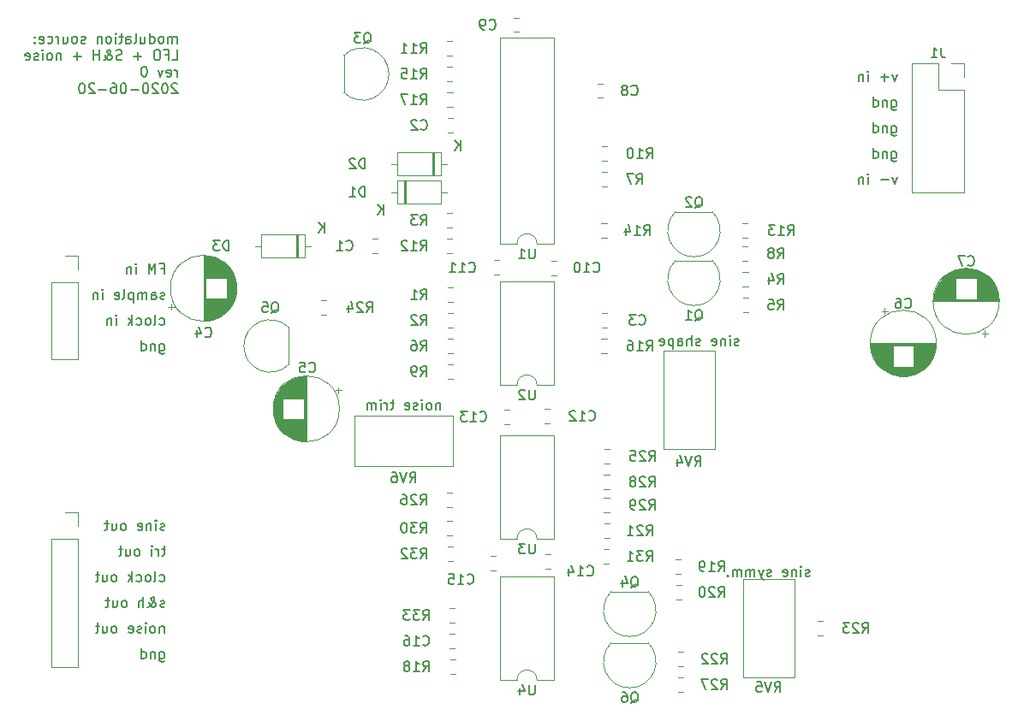
<source format=gbr>
G04 #@! TF.GenerationSoftware,KiCad,Pcbnew,5.1.6-c6e7f7d~86~ubuntu18.04.1*
G04 #@! TF.CreationDate,2020-06-21T16:50:38-04:00*
G04 #@! TF.ProjectId,modulation_source,6d6f6475-6c61-4746-996f-6e5f736f7572,rev?*
G04 #@! TF.SameCoordinates,Original*
G04 #@! TF.FileFunction,Legend,Bot*
G04 #@! TF.FilePolarity,Positive*
%FSLAX46Y46*%
G04 Gerber Fmt 4.6, Leading zero omitted, Abs format (unit mm)*
G04 Created by KiCad (PCBNEW 5.1.6-c6e7f7d~86~ubuntu18.04.1) date 2020-06-21 16:50:38*
%MOMM*%
%LPD*%
G01*
G04 APERTURE LIST*
%ADD10C,0.150000*%
%ADD11C,0.120000*%
G04 APERTURE END LIST*
D10*
X117774404Y-53857380D02*
X117774404Y-53190714D01*
X117774404Y-53285952D02*
X117726785Y-53238333D01*
X117631547Y-53190714D01*
X117488690Y-53190714D01*
X117393452Y-53238333D01*
X117345833Y-53333571D01*
X117345833Y-53857380D01*
X117345833Y-53333571D02*
X117298214Y-53238333D01*
X117202976Y-53190714D01*
X117060119Y-53190714D01*
X116964880Y-53238333D01*
X116917261Y-53333571D01*
X116917261Y-53857380D01*
X116298214Y-53857380D02*
X116393452Y-53809761D01*
X116441071Y-53762142D01*
X116488690Y-53666904D01*
X116488690Y-53381190D01*
X116441071Y-53285952D01*
X116393452Y-53238333D01*
X116298214Y-53190714D01*
X116155357Y-53190714D01*
X116060119Y-53238333D01*
X116012500Y-53285952D01*
X115964880Y-53381190D01*
X115964880Y-53666904D01*
X116012500Y-53762142D01*
X116060119Y-53809761D01*
X116155357Y-53857380D01*
X116298214Y-53857380D01*
X115107738Y-53857380D02*
X115107738Y-52857380D01*
X115107738Y-53809761D02*
X115202976Y-53857380D01*
X115393452Y-53857380D01*
X115488690Y-53809761D01*
X115536309Y-53762142D01*
X115583928Y-53666904D01*
X115583928Y-53381190D01*
X115536309Y-53285952D01*
X115488690Y-53238333D01*
X115393452Y-53190714D01*
X115202976Y-53190714D01*
X115107738Y-53238333D01*
X114202976Y-53190714D02*
X114202976Y-53857380D01*
X114631547Y-53190714D02*
X114631547Y-53714523D01*
X114583928Y-53809761D01*
X114488690Y-53857380D01*
X114345833Y-53857380D01*
X114250595Y-53809761D01*
X114202976Y-53762142D01*
X113583928Y-53857380D02*
X113679166Y-53809761D01*
X113726785Y-53714523D01*
X113726785Y-52857380D01*
X112774404Y-53857380D02*
X112774404Y-53333571D01*
X112822023Y-53238333D01*
X112917261Y-53190714D01*
X113107738Y-53190714D01*
X113202976Y-53238333D01*
X112774404Y-53809761D02*
X112869642Y-53857380D01*
X113107738Y-53857380D01*
X113202976Y-53809761D01*
X113250595Y-53714523D01*
X113250595Y-53619285D01*
X113202976Y-53524047D01*
X113107738Y-53476428D01*
X112869642Y-53476428D01*
X112774404Y-53428809D01*
X112441071Y-53190714D02*
X112060119Y-53190714D01*
X112298214Y-52857380D02*
X112298214Y-53714523D01*
X112250595Y-53809761D01*
X112155357Y-53857380D01*
X112060119Y-53857380D01*
X111726785Y-53857380D02*
X111726785Y-53190714D01*
X111726785Y-52857380D02*
X111774404Y-52905000D01*
X111726785Y-52952619D01*
X111679166Y-52905000D01*
X111726785Y-52857380D01*
X111726785Y-52952619D01*
X111107738Y-53857380D02*
X111202976Y-53809761D01*
X111250595Y-53762142D01*
X111298214Y-53666904D01*
X111298214Y-53381190D01*
X111250595Y-53285952D01*
X111202976Y-53238333D01*
X111107738Y-53190714D01*
X110964880Y-53190714D01*
X110869642Y-53238333D01*
X110822023Y-53285952D01*
X110774404Y-53381190D01*
X110774404Y-53666904D01*
X110822023Y-53762142D01*
X110869642Y-53809761D01*
X110964880Y-53857380D01*
X111107738Y-53857380D01*
X110345833Y-53190714D02*
X110345833Y-53857380D01*
X110345833Y-53285952D02*
X110298214Y-53238333D01*
X110202976Y-53190714D01*
X110060119Y-53190714D01*
X109964880Y-53238333D01*
X109917261Y-53333571D01*
X109917261Y-53857380D01*
X108726785Y-53809761D02*
X108631547Y-53857380D01*
X108441071Y-53857380D01*
X108345833Y-53809761D01*
X108298214Y-53714523D01*
X108298214Y-53666904D01*
X108345833Y-53571666D01*
X108441071Y-53524047D01*
X108583928Y-53524047D01*
X108679166Y-53476428D01*
X108726785Y-53381190D01*
X108726785Y-53333571D01*
X108679166Y-53238333D01*
X108583928Y-53190714D01*
X108441071Y-53190714D01*
X108345833Y-53238333D01*
X107726785Y-53857380D02*
X107822023Y-53809761D01*
X107869642Y-53762142D01*
X107917261Y-53666904D01*
X107917261Y-53381190D01*
X107869642Y-53285952D01*
X107822023Y-53238333D01*
X107726785Y-53190714D01*
X107583928Y-53190714D01*
X107488690Y-53238333D01*
X107441071Y-53285952D01*
X107393452Y-53381190D01*
X107393452Y-53666904D01*
X107441071Y-53762142D01*
X107488690Y-53809761D01*
X107583928Y-53857380D01*
X107726785Y-53857380D01*
X106536309Y-53190714D02*
X106536309Y-53857380D01*
X106964880Y-53190714D02*
X106964880Y-53714523D01*
X106917261Y-53809761D01*
X106822023Y-53857380D01*
X106679166Y-53857380D01*
X106583928Y-53809761D01*
X106536309Y-53762142D01*
X106060119Y-53857380D02*
X106060119Y-53190714D01*
X106060119Y-53381190D02*
X106012500Y-53285952D01*
X105964880Y-53238333D01*
X105869642Y-53190714D01*
X105774404Y-53190714D01*
X105012500Y-53809761D02*
X105107738Y-53857380D01*
X105298214Y-53857380D01*
X105393452Y-53809761D01*
X105441071Y-53762142D01*
X105488690Y-53666904D01*
X105488690Y-53381190D01*
X105441071Y-53285952D01*
X105393452Y-53238333D01*
X105298214Y-53190714D01*
X105107738Y-53190714D01*
X105012500Y-53238333D01*
X104202976Y-53809761D02*
X104298214Y-53857380D01*
X104488690Y-53857380D01*
X104583928Y-53809761D01*
X104631547Y-53714523D01*
X104631547Y-53333571D01*
X104583928Y-53238333D01*
X104488690Y-53190714D01*
X104298214Y-53190714D01*
X104202976Y-53238333D01*
X104155357Y-53333571D01*
X104155357Y-53428809D01*
X104631547Y-53524047D01*
X103726785Y-53762142D02*
X103679166Y-53809761D01*
X103726785Y-53857380D01*
X103774404Y-53809761D01*
X103726785Y-53762142D01*
X103726785Y-53857380D01*
X103726785Y-53238333D02*
X103679166Y-53285952D01*
X103726785Y-53333571D01*
X103774404Y-53285952D01*
X103726785Y-53238333D01*
X103726785Y-53333571D01*
X117298214Y-55507380D02*
X117774404Y-55507380D01*
X117774404Y-54507380D01*
X116631547Y-54983571D02*
X116964880Y-54983571D01*
X116964880Y-55507380D02*
X116964880Y-54507380D01*
X116488690Y-54507380D01*
X115917261Y-54507380D02*
X115726785Y-54507380D01*
X115631547Y-54555000D01*
X115536309Y-54650238D01*
X115488690Y-54840714D01*
X115488690Y-55174047D01*
X115536309Y-55364523D01*
X115631547Y-55459761D01*
X115726785Y-55507380D01*
X115917261Y-55507380D01*
X116012500Y-55459761D01*
X116107738Y-55364523D01*
X116155357Y-55174047D01*
X116155357Y-54840714D01*
X116107738Y-54650238D01*
X116012500Y-54555000D01*
X115917261Y-54507380D01*
X114298214Y-55126428D02*
X113536309Y-55126428D01*
X113917261Y-55507380D02*
X113917261Y-54745476D01*
X112345833Y-55459761D02*
X112202976Y-55507380D01*
X111964880Y-55507380D01*
X111869642Y-55459761D01*
X111822023Y-55412142D01*
X111774404Y-55316904D01*
X111774404Y-55221666D01*
X111822023Y-55126428D01*
X111869642Y-55078809D01*
X111964880Y-55031190D01*
X112155357Y-54983571D01*
X112250595Y-54935952D01*
X112298214Y-54888333D01*
X112345833Y-54793095D01*
X112345833Y-54697857D01*
X112298214Y-54602619D01*
X112250595Y-54555000D01*
X112155357Y-54507380D01*
X111917261Y-54507380D01*
X111774404Y-54555000D01*
X110536309Y-55507380D02*
X110583928Y-55507380D01*
X110679166Y-55459761D01*
X110822023Y-55316904D01*
X111060119Y-55031190D01*
X111155357Y-54888333D01*
X111202976Y-54745476D01*
X111202976Y-54650238D01*
X111155357Y-54555000D01*
X111060119Y-54507380D01*
X111012500Y-54507380D01*
X110917261Y-54555000D01*
X110869642Y-54650238D01*
X110869642Y-54697857D01*
X110917261Y-54793095D01*
X110964880Y-54840714D01*
X111250595Y-55031190D01*
X111298214Y-55078809D01*
X111345833Y-55174047D01*
X111345833Y-55316904D01*
X111298214Y-55412142D01*
X111250595Y-55459761D01*
X111155357Y-55507380D01*
X111012500Y-55507380D01*
X110917261Y-55459761D01*
X110869642Y-55412142D01*
X110726785Y-55221666D01*
X110679166Y-55078809D01*
X110679166Y-54983571D01*
X110107738Y-55507380D02*
X110107738Y-54507380D01*
X110107738Y-54983571D02*
X109536309Y-54983571D01*
X109536309Y-55507380D02*
X109536309Y-54507380D01*
X108298214Y-55126428D02*
X107536309Y-55126428D01*
X107917261Y-55507380D02*
X107917261Y-54745476D01*
X106298214Y-54840714D02*
X106298214Y-55507380D01*
X106298214Y-54935952D02*
X106250595Y-54888333D01*
X106155357Y-54840714D01*
X106012500Y-54840714D01*
X105917261Y-54888333D01*
X105869642Y-54983571D01*
X105869642Y-55507380D01*
X105250595Y-55507380D02*
X105345833Y-55459761D01*
X105393452Y-55412142D01*
X105441071Y-55316904D01*
X105441071Y-55031190D01*
X105393452Y-54935952D01*
X105345833Y-54888333D01*
X105250595Y-54840714D01*
X105107738Y-54840714D01*
X105012500Y-54888333D01*
X104964880Y-54935952D01*
X104917261Y-55031190D01*
X104917261Y-55316904D01*
X104964880Y-55412142D01*
X105012500Y-55459761D01*
X105107738Y-55507380D01*
X105250595Y-55507380D01*
X104488690Y-55507380D02*
X104488690Y-54840714D01*
X104488690Y-54507380D02*
X104536309Y-54555000D01*
X104488690Y-54602619D01*
X104441071Y-54555000D01*
X104488690Y-54507380D01*
X104488690Y-54602619D01*
X104060119Y-55459761D02*
X103964880Y-55507380D01*
X103774404Y-55507380D01*
X103679166Y-55459761D01*
X103631547Y-55364523D01*
X103631547Y-55316904D01*
X103679166Y-55221666D01*
X103774404Y-55174047D01*
X103917261Y-55174047D01*
X104012500Y-55126428D01*
X104060119Y-55031190D01*
X104060119Y-54983571D01*
X104012500Y-54888333D01*
X103917261Y-54840714D01*
X103774404Y-54840714D01*
X103679166Y-54888333D01*
X102822023Y-55459761D02*
X102917261Y-55507380D01*
X103107738Y-55507380D01*
X103202976Y-55459761D01*
X103250595Y-55364523D01*
X103250595Y-54983571D01*
X103202976Y-54888333D01*
X103107738Y-54840714D01*
X102917261Y-54840714D01*
X102822023Y-54888333D01*
X102774404Y-54983571D01*
X102774404Y-55078809D01*
X103250595Y-55174047D01*
X117774404Y-57157380D02*
X117774404Y-56490714D01*
X117774404Y-56681190D02*
X117726785Y-56585952D01*
X117679166Y-56538333D01*
X117583928Y-56490714D01*
X117488690Y-56490714D01*
X116774404Y-57109761D02*
X116869642Y-57157380D01*
X117060119Y-57157380D01*
X117155357Y-57109761D01*
X117202976Y-57014523D01*
X117202976Y-56633571D01*
X117155357Y-56538333D01*
X117060119Y-56490714D01*
X116869642Y-56490714D01*
X116774404Y-56538333D01*
X116726785Y-56633571D01*
X116726785Y-56728809D01*
X117202976Y-56824047D01*
X116393452Y-56490714D02*
X116155357Y-57157380D01*
X115917261Y-56490714D01*
X114583928Y-56157380D02*
X114488690Y-56157380D01*
X114393452Y-56205000D01*
X114345833Y-56252619D01*
X114298214Y-56347857D01*
X114250595Y-56538333D01*
X114250595Y-56776428D01*
X114298214Y-56966904D01*
X114345833Y-57062142D01*
X114393452Y-57109761D01*
X114488690Y-57157380D01*
X114583928Y-57157380D01*
X114679166Y-57109761D01*
X114726785Y-57062142D01*
X114774404Y-56966904D01*
X114822023Y-56776428D01*
X114822023Y-56538333D01*
X114774404Y-56347857D01*
X114726785Y-56252619D01*
X114679166Y-56205000D01*
X114583928Y-56157380D01*
X117822023Y-57902619D02*
X117774404Y-57855000D01*
X117679166Y-57807380D01*
X117441071Y-57807380D01*
X117345833Y-57855000D01*
X117298214Y-57902619D01*
X117250595Y-57997857D01*
X117250595Y-58093095D01*
X117298214Y-58235952D01*
X117869642Y-58807380D01*
X117250595Y-58807380D01*
X116631547Y-57807380D02*
X116536309Y-57807380D01*
X116441071Y-57855000D01*
X116393452Y-57902619D01*
X116345833Y-57997857D01*
X116298214Y-58188333D01*
X116298214Y-58426428D01*
X116345833Y-58616904D01*
X116393452Y-58712142D01*
X116441071Y-58759761D01*
X116536309Y-58807380D01*
X116631547Y-58807380D01*
X116726785Y-58759761D01*
X116774404Y-58712142D01*
X116822023Y-58616904D01*
X116869642Y-58426428D01*
X116869642Y-58188333D01*
X116822023Y-57997857D01*
X116774404Y-57902619D01*
X116726785Y-57855000D01*
X116631547Y-57807380D01*
X115917261Y-57902619D02*
X115869642Y-57855000D01*
X115774404Y-57807380D01*
X115536309Y-57807380D01*
X115441071Y-57855000D01*
X115393452Y-57902619D01*
X115345833Y-57997857D01*
X115345833Y-58093095D01*
X115393452Y-58235952D01*
X115964880Y-58807380D01*
X115345833Y-58807380D01*
X114726785Y-57807380D02*
X114631547Y-57807380D01*
X114536309Y-57855000D01*
X114488690Y-57902619D01*
X114441071Y-57997857D01*
X114393452Y-58188333D01*
X114393452Y-58426428D01*
X114441071Y-58616904D01*
X114488690Y-58712142D01*
X114536309Y-58759761D01*
X114631547Y-58807380D01*
X114726785Y-58807380D01*
X114822023Y-58759761D01*
X114869642Y-58712142D01*
X114917261Y-58616904D01*
X114964880Y-58426428D01*
X114964880Y-58188333D01*
X114917261Y-57997857D01*
X114869642Y-57902619D01*
X114822023Y-57855000D01*
X114726785Y-57807380D01*
X113964880Y-58426428D02*
X113202976Y-58426428D01*
X112536309Y-57807380D02*
X112441071Y-57807380D01*
X112345833Y-57855000D01*
X112298214Y-57902619D01*
X112250595Y-57997857D01*
X112202976Y-58188333D01*
X112202976Y-58426428D01*
X112250595Y-58616904D01*
X112298214Y-58712142D01*
X112345833Y-58759761D01*
X112441071Y-58807380D01*
X112536309Y-58807380D01*
X112631547Y-58759761D01*
X112679166Y-58712142D01*
X112726785Y-58616904D01*
X112774404Y-58426428D01*
X112774404Y-58188333D01*
X112726785Y-57997857D01*
X112679166Y-57902619D01*
X112631547Y-57855000D01*
X112536309Y-57807380D01*
X111345833Y-57807380D02*
X111536309Y-57807380D01*
X111631547Y-57855000D01*
X111679166Y-57902619D01*
X111774404Y-58045476D01*
X111822023Y-58235952D01*
X111822023Y-58616904D01*
X111774404Y-58712142D01*
X111726785Y-58759761D01*
X111631547Y-58807380D01*
X111441071Y-58807380D01*
X111345833Y-58759761D01*
X111298214Y-58712142D01*
X111250595Y-58616904D01*
X111250595Y-58378809D01*
X111298214Y-58283571D01*
X111345833Y-58235952D01*
X111441071Y-58188333D01*
X111631547Y-58188333D01*
X111726785Y-58235952D01*
X111774404Y-58283571D01*
X111822023Y-58378809D01*
X110822023Y-58426428D02*
X110060119Y-58426428D01*
X109631547Y-57902619D02*
X109583928Y-57855000D01*
X109488690Y-57807380D01*
X109250595Y-57807380D01*
X109155357Y-57855000D01*
X109107738Y-57902619D01*
X109060119Y-57997857D01*
X109060119Y-58093095D01*
X109107738Y-58235952D01*
X109679166Y-58807380D01*
X109060119Y-58807380D01*
X108441071Y-57807380D02*
X108345833Y-57807380D01*
X108250595Y-57855000D01*
X108202976Y-57902619D01*
X108155357Y-57997857D01*
X108107738Y-58188333D01*
X108107738Y-58426428D01*
X108155357Y-58616904D01*
X108202976Y-58712142D01*
X108250595Y-58759761D01*
X108345833Y-58807380D01*
X108441071Y-58807380D01*
X108536309Y-58759761D01*
X108583928Y-58712142D01*
X108631547Y-58616904D01*
X108679166Y-58426428D01*
X108679166Y-58188333D01*
X108631547Y-57997857D01*
X108583928Y-57902619D01*
X108536309Y-57855000D01*
X108441071Y-57807380D01*
X188989642Y-67095714D02*
X188751547Y-67762380D01*
X188513452Y-67095714D01*
X188132500Y-67381428D02*
X187370595Y-67381428D01*
X186132500Y-67762380D02*
X186132500Y-67095714D01*
X186132500Y-66762380D02*
X186180119Y-66810000D01*
X186132500Y-66857619D01*
X186084880Y-66810000D01*
X186132500Y-66762380D01*
X186132500Y-66857619D01*
X185656309Y-67095714D02*
X185656309Y-67762380D01*
X185656309Y-67190952D02*
X185608690Y-67143333D01*
X185513452Y-67095714D01*
X185370595Y-67095714D01*
X185275357Y-67143333D01*
X185227738Y-67238571D01*
X185227738Y-67762380D01*
X188465833Y-64555714D02*
X188465833Y-65365238D01*
X188513452Y-65460476D01*
X188561071Y-65508095D01*
X188656309Y-65555714D01*
X188799166Y-65555714D01*
X188894404Y-65508095D01*
X188465833Y-65174761D02*
X188561071Y-65222380D01*
X188751547Y-65222380D01*
X188846785Y-65174761D01*
X188894404Y-65127142D01*
X188942023Y-65031904D01*
X188942023Y-64746190D01*
X188894404Y-64650952D01*
X188846785Y-64603333D01*
X188751547Y-64555714D01*
X188561071Y-64555714D01*
X188465833Y-64603333D01*
X187989642Y-64555714D02*
X187989642Y-65222380D01*
X187989642Y-64650952D02*
X187942023Y-64603333D01*
X187846785Y-64555714D01*
X187703928Y-64555714D01*
X187608690Y-64603333D01*
X187561071Y-64698571D01*
X187561071Y-65222380D01*
X186656309Y-65222380D02*
X186656309Y-64222380D01*
X186656309Y-65174761D02*
X186751547Y-65222380D01*
X186942023Y-65222380D01*
X187037261Y-65174761D01*
X187084880Y-65127142D01*
X187132500Y-65031904D01*
X187132500Y-64746190D01*
X187084880Y-64650952D01*
X187037261Y-64603333D01*
X186942023Y-64555714D01*
X186751547Y-64555714D01*
X186656309Y-64603333D01*
X188465833Y-62015714D02*
X188465833Y-62825238D01*
X188513452Y-62920476D01*
X188561071Y-62968095D01*
X188656309Y-63015714D01*
X188799166Y-63015714D01*
X188894404Y-62968095D01*
X188465833Y-62634761D02*
X188561071Y-62682380D01*
X188751547Y-62682380D01*
X188846785Y-62634761D01*
X188894404Y-62587142D01*
X188942023Y-62491904D01*
X188942023Y-62206190D01*
X188894404Y-62110952D01*
X188846785Y-62063333D01*
X188751547Y-62015714D01*
X188561071Y-62015714D01*
X188465833Y-62063333D01*
X187989642Y-62015714D02*
X187989642Y-62682380D01*
X187989642Y-62110952D02*
X187942023Y-62063333D01*
X187846785Y-62015714D01*
X187703928Y-62015714D01*
X187608690Y-62063333D01*
X187561071Y-62158571D01*
X187561071Y-62682380D01*
X186656309Y-62682380D02*
X186656309Y-61682380D01*
X186656309Y-62634761D02*
X186751547Y-62682380D01*
X186942023Y-62682380D01*
X187037261Y-62634761D01*
X187084880Y-62587142D01*
X187132500Y-62491904D01*
X187132500Y-62206190D01*
X187084880Y-62110952D01*
X187037261Y-62063333D01*
X186942023Y-62015714D01*
X186751547Y-62015714D01*
X186656309Y-62063333D01*
X188465833Y-59475714D02*
X188465833Y-60285238D01*
X188513452Y-60380476D01*
X188561071Y-60428095D01*
X188656309Y-60475714D01*
X188799166Y-60475714D01*
X188894404Y-60428095D01*
X188465833Y-60094761D02*
X188561071Y-60142380D01*
X188751547Y-60142380D01*
X188846785Y-60094761D01*
X188894404Y-60047142D01*
X188942023Y-59951904D01*
X188942023Y-59666190D01*
X188894404Y-59570952D01*
X188846785Y-59523333D01*
X188751547Y-59475714D01*
X188561071Y-59475714D01*
X188465833Y-59523333D01*
X187989642Y-59475714D02*
X187989642Y-60142380D01*
X187989642Y-59570952D02*
X187942023Y-59523333D01*
X187846785Y-59475714D01*
X187703928Y-59475714D01*
X187608690Y-59523333D01*
X187561071Y-59618571D01*
X187561071Y-60142380D01*
X186656309Y-60142380D02*
X186656309Y-59142380D01*
X186656309Y-60094761D02*
X186751547Y-60142380D01*
X186942023Y-60142380D01*
X187037261Y-60094761D01*
X187084880Y-60047142D01*
X187132500Y-59951904D01*
X187132500Y-59666190D01*
X187084880Y-59570952D01*
X187037261Y-59523333D01*
X186942023Y-59475714D01*
X186751547Y-59475714D01*
X186656309Y-59523333D01*
X188989642Y-56935714D02*
X188751547Y-57602380D01*
X188513452Y-56935714D01*
X188132500Y-57221428D02*
X187370595Y-57221428D01*
X187751547Y-57602380D02*
X187751547Y-56840476D01*
X186132500Y-57602380D02*
X186132500Y-56935714D01*
X186132500Y-56602380D02*
X186180119Y-56650000D01*
X186132500Y-56697619D01*
X186084880Y-56650000D01*
X186132500Y-56602380D01*
X186132500Y-56697619D01*
X185656309Y-56935714D02*
X185656309Y-57602380D01*
X185656309Y-57030952D02*
X185608690Y-56983333D01*
X185513452Y-56935714D01*
X185370595Y-56935714D01*
X185275357Y-56983333D01*
X185227738Y-57078571D01*
X185227738Y-57602380D01*
X116075833Y-114085714D02*
X116075833Y-114895238D01*
X116123452Y-114990476D01*
X116171071Y-115038095D01*
X116266309Y-115085714D01*
X116409166Y-115085714D01*
X116504404Y-115038095D01*
X116075833Y-114704761D02*
X116171071Y-114752380D01*
X116361547Y-114752380D01*
X116456785Y-114704761D01*
X116504404Y-114657142D01*
X116552023Y-114561904D01*
X116552023Y-114276190D01*
X116504404Y-114180952D01*
X116456785Y-114133333D01*
X116361547Y-114085714D01*
X116171071Y-114085714D01*
X116075833Y-114133333D01*
X115599642Y-114085714D02*
X115599642Y-114752380D01*
X115599642Y-114180952D02*
X115552023Y-114133333D01*
X115456785Y-114085714D01*
X115313928Y-114085714D01*
X115218690Y-114133333D01*
X115171071Y-114228571D01*
X115171071Y-114752380D01*
X114266309Y-114752380D02*
X114266309Y-113752380D01*
X114266309Y-114704761D02*
X114361547Y-114752380D01*
X114552023Y-114752380D01*
X114647261Y-114704761D01*
X114694880Y-114657142D01*
X114742500Y-114561904D01*
X114742500Y-114276190D01*
X114694880Y-114180952D01*
X114647261Y-114133333D01*
X114552023Y-114085714D01*
X114361547Y-114085714D01*
X114266309Y-114133333D01*
X116504404Y-111545714D02*
X116504404Y-112212380D01*
X116504404Y-111640952D02*
X116456785Y-111593333D01*
X116361547Y-111545714D01*
X116218690Y-111545714D01*
X116123452Y-111593333D01*
X116075833Y-111688571D01*
X116075833Y-112212380D01*
X115456785Y-112212380D02*
X115552023Y-112164761D01*
X115599642Y-112117142D01*
X115647261Y-112021904D01*
X115647261Y-111736190D01*
X115599642Y-111640952D01*
X115552023Y-111593333D01*
X115456785Y-111545714D01*
X115313928Y-111545714D01*
X115218690Y-111593333D01*
X115171071Y-111640952D01*
X115123452Y-111736190D01*
X115123452Y-112021904D01*
X115171071Y-112117142D01*
X115218690Y-112164761D01*
X115313928Y-112212380D01*
X115456785Y-112212380D01*
X114694880Y-112212380D02*
X114694880Y-111545714D01*
X114694880Y-111212380D02*
X114742500Y-111260000D01*
X114694880Y-111307619D01*
X114647261Y-111260000D01*
X114694880Y-111212380D01*
X114694880Y-111307619D01*
X114266309Y-112164761D02*
X114171071Y-112212380D01*
X113980595Y-112212380D01*
X113885357Y-112164761D01*
X113837738Y-112069523D01*
X113837738Y-112021904D01*
X113885357Y-111926666D01*
X113980595Y-111879047D01*
X114123452Y-111879047D01*
X114218690Y-111831428D01*
X114266309Y-111736190D01*
X114266309Y-111688571D01*
X114218690Y-111593333D01*
X114123452Y-111545714D01*
X113980595Y-111545714D01*
X113885357Y-111593333D01*
X113028214Y-112164761D02*
X113123452Y-112212380D01*
X113313928Y-112212380D01*
X113409166Y-112164761D01*
X113456785Y-112069523D01*
X113456785Y-111688571D01*
X113409166Y-111593333D01*
X113313928Y-111545714D01*
X113123452Y-111545714D01*
X113028214Y-111593333D01*
X112980595Y-111688571D01*
X112980595Y-111783809D01*
X113456785Y-111879047D01*
X111647261Y-112212380D02*
X111742500Y-112164761D01*
X111790119Y-112117142D01*
X111837738Y-112021904D01*
X111837738Y-111736190D01*
X111790119Y-111640952D01*
X111742500Y-111593333D01*
X111647261Y-111545714D01*
X111504404Y-111545714D01*
X111409166Y-111593333D01*
X111361547Y-111640952D01*
X111313928Y-111736190D01*
X111313928Y-112021904D01*
X111361547Y-112117142D01*
X111409166Y-112164761D01*
X111504404Y-112212380D01*
X111647261Y-112212380D01*
X110456785Y-111545714D02*
X110456785Y-112212380D01*
X110885357Y-111545714D02*
X110885357Y-112069523D01*
X110837738Y-112164761D01*
X110742500Y-112212380D01*
X110599642Y-112212380D01*
X110504404Y-112164761D01*
X110456785Y-112117142D01*
X110123452Y-111545714D02*
X109742500Y-111545714D01*
X109980595Y-111212380D02*
X109980595Y-112069523D01*
X109932976Y-112164761D01*
X109837738Y-112212380D01*
X109742500Y-112212380D01*
X116552023Y-109624761D02*
X116456785Y-109672380D01*
X116266309Y-109672380D01*
X116171071Y-109624761D01*
X116123452Y-109529523D01*
X116123452Y-109481904D01*
X116171071Y-109386666D01*
X116266309Y-109339047D01*
X116409166Y-109339047D01*
X116504404Y-109291428D01*
X116552023Y-109196190D01*
X116552023Y-109148571D01*
X116504404Y-109053333D01*
X116409166Y-109005714D01*
X116266309Y-109005714D01*
X116171071Y-109053333D01*
X114885357Y-109672380D02*
X114932976Y-109672380D01*
X115028214Y-109624761D01*
X115171071Y-109481904D01*
X115409166Y-109196190D01*
X115504404Y-109053333D01*
X115552023Y-108910476D01*
X115552023Y-108815238D01*
X115504404Y-108720000D01*
X115409166Y-108672380D01*
X115361547Y-108672380D01*
X115266309Y-108720000D01*
X115218690Y-108815238D01*
X115218690Y-108862857D01*
X115266309Y-108958095D01*
X115313928Y-109005714D01*
X115599642Y-109196190D01*
X115647261Y-109243809D01*
X115694880Y-109339047D01*
X115694880Y-109481904D01*
X115647261Y-109577142D01*
X115599642Y-109624761D01*
X115504404Y-109672380D01*
X115361547Y-109672380D01*
X115266309Y-109624761D01*
X115218690Y-109577142D01*
X115075833Y-109386666D01*
X115028214Y-109243809D01*
X115028214Y-109148571D01*
X114456785Y-109672380D02*
X114456785Y-108672380D01*
X114028214Y-109672380D02*
X114028214Y-109148571D01*
X114075833Y-109053333D01*
X114171071Y-109005714D01*
X114313928Y-109005714D01*
X114409166Y-109053333D01*
X114456785Y-109100952D01*
X112647261Y-109672380D02*
X112742500Y-109624761D01*
X112790119Y-109577142D01*
X112837738Y-109481904D01*
X112837738Y-109196190D01*
X112790119Y-109100952D01*
X112742500Y-109053333D01*
X112647261Y-109005714D01*
X112504404Y-109005714D01*
X112409166Y-109053333D01*
X112361547Y-109100952D01*
X112313928Y-109196190D01*
X112313928Y-109481904D01*
X112361547Y-109577142D01*
X112409166Y-109624761D01*
X112504404Y-109672380D01*
X112647261Y-109672380D01*
X111456785Y-109005714D02*
X111456785Y-109672380D01*
X111885357Y-109005714D02*
X111885357Y-109529523D01*
X111837738Y-109624761D01*
X111742500Y-109672380D01*
X111599642Y-109672380D01*
X111504404Y-109624761D01*
X111456785Y-109577142D01*
X111123452Y-109005714D02*
X110742500Y-109005714D01*
X110980595Y-108672380D02*
X110980595Y-109529523D01*
X110932976Y-109624761D01*
X110837738Y-109672380D01*
X110742500Y-109672380D01*
X116075833Y-107084761D02*
X116171071Y-107132380D01*
X116361547Y-107132380D01*
X116456785Y-107084761D01*
X116504404Y-107037142D01*
X116552023Y-106941904D01*
X116552023Y-106656190D01*
X116504404Y-106560952D01*
X116456785Y-106513333D01*
X116361547Y-106465714D01*
X116171071Y-106465714D01*
X116075833Y-106513333D01*
X115504404Y-107132380D02*
X115599642Y-107084761D01*
X115647261Y-106989523D01*
X115647261Y-106132380D01*
X114980595Y-107132380D02*
X115075833Y-107084761D01*
X115123452Y-107037142D01*
X115171071Y-106941904D01*
X115171071Y-106656190D01*
X115123452Y-106560952D01*
X115075833Y-106513333D01*
X114980595Y-106465714D01*
X114837738Y-106465714D01*
X114742500Y-106513333D01*
X114694880Y-106560952D01*
X114647261Y-106656190D01*
X114647261Y-106941904D01*
X114694880Y-107037142D01*
X114742500Y-107084761D01*
X114837738Y-107132380D01*
X114980595Y-107132380D01*
X113790119Y-107084761D02*
X113885357Y-107132380D01*
X114075833Y-107132380D01*
X114171071Y-107084761D01*
X114218690Y-107037142D01*
X114266309Y-106941904D01*
X114266309Y-106656190D01*
X114218690Y-106560952D01*
X114171071Y-106513333D01*
X114075833Y-106465714D01*
X113885357Y-106465714D01*
X113790119Y-106513333D01*
X113361547Y-107132380D02*
X113361547Y-106132380D01*
X113266309Y-106751428D02*
X112980595Y-107132380D01*
X112980595Y-106465714D02*
X113361547Y-106846666D01*
X111647261Y-107132380D02*
X111742500Y-107084761D01*
X111790119Y-107037142D01*
X111837738Y-106941904D01*
X111837738Y-106656190D01*
X111790119Y-106560952D01*
X111742500Y-106513333D01*
X111647261Y-106465714D01*
X111504404Y-106465714D01*
X111409166Y-106513333D01*
X111361547Y-106560952D01*
X111313928Y-106656190D01*
X111313928Y-106941904D01*
X111361547Y-107037142D01*
X111409166Y-107084761D01*
X111504404Y-107132380D01*
X111647261Y-107132380D01*
X110456785Y-106465714D02*
X110456785Y-107132380D01*
X110885357Y-106465714D02*
X110885357Y-106989523D01*
X110837738Y-107084761D01*
X110742500Y-107132380D01*
X110599642Y-107132380D01*
X110504404Y-107084761D01*
X110456785Y-107037142D01*
X110123452Y-106465714D02*
X109742500Y-106465714D01*
X109980595Y-106132380D02*
X109980595Y-106989523D01*
X109932976Y-107084761D01*
X109837738Y-107132380D01*
X109742500Y-107132380D01*
X116647261Y-103925714D02*
X116266309Y-103925714D01*
X116504404Y-103592380D02*
X116504404Y-104449523D01*
X116456785Y-104544761D01*
X116361547Y-104592380D01*
X116266309Y-104592380D01*
X115932976Y-104592380D02*
X115932976Y-103925714D01*
X115932976Y-104116190D02*
X115885357Y-104020952D01*
X115837738Y-103973333D01*
X115742500Y-103925714D01*
X115647261Y-103925714D01*
X115313928Y-104592380D02*
X115313928Y-103925714D01*
X115313928Y-103592380D02*
X115361547Y-103640000D01*
X115313928Y-103687619D01*
X115266309Y-103640000D01*
X115313928Y-103592380D01*
X115313928Y-103687619D01*
X113932976Y-104592380D02*
X114028214Y-104544761D01*
X114075833Y-104497142D01*
X114123452Y-104401904D01*
X114123452Y-104116190D01*
X114075833Y-104020952D01*
X114028214Y-103973333D01*
X113932976Y-103925714D01*
X113790119Y-103925714D01*
X113694880Y-103973333D01*
X113647261Y-104020952D01*
X113599642Y-104116190D01*
X113599642Y-104401904D01*
X113647261Y-104497142D01*
X113694880Y-104544761D01*
X113790119Y-104592380D01*
X113932976Y-104592380D01*
X112742500Y-103925714D02*
X112742500Y-104592380D01*
X113171071Y-103925714D02*
X113171071Y-104449523D01*
X113123452Y-104544761D01*
X113028214Y-104592380D01*
X112885357Y-104592380D01*
X112790119Y-104544761D01*
X112742500Y-104497142D01*
X112409166Y-103925714D02*
X112028214Y-103925714D01*
X112266309Y-103592380D02*
X112266309Y-104449523D01*
X112218690Y-104544761D01*
X112123452Y-104592380D01*
X112028214Y-104592380D01*
X116552023Y-102004761D02*
X116456785Y-102052380D01*
X116266309Y-102052380D01*
X116171071Y-102004761D01*
X116123452Y-101909523D01*
X116123452Y-101861904D01*
X116171071Y-101766666D01*
X116266309Y-101719047D01*
X116409166Y-101719047D01*
X116504404Y-101671428D01*
X116552023Y-101576190D01*
X116552023Y-101528571D01*
X116504404Y-101433333D01*
X116409166Y-101385714D01*
X116266309Y-101385714D01*
X116171071Y-101433333D01*
X115694880Y-102052380D02*
X115694880Y-101385714D01*
X115694880Y-101052380D02*
X115742500Y-101100000D01*
X115694880Y-101147619D01*
X115647261Y-101100000D01*
X115694880Y-101052380D01*
X115694880Y-101147619D01*
X115218690Y-101385714D02*
X115218690Y-102052380D01*
X115218690Y-101480952D02*
X115171071Y-101433333D01*
X115075833Y-101385714D01*
X114932976Y-101385714D01*
X114837738Y-101433333D01*
X114790119Y-101528571D01*
X114790119Y-102052380D01*
X113932976Y-102004761D02*
X114028214Y-102052380D01*
X114218690Y-102052380D01*
X114313928Y-102004761D01*
X114361547Y-101909523D01*
X114361547Y-101528571D01*
X114313928Y-101433333D01*
X114218690Y-101385714D01*
X114028214Y-101385714D01*
X113932976Y-101433333D01*
X113885357Y-101528571D01*
X113885357Y-101623809D01*
X114361547Y-101719047D01*
X112552023Y-102052380D02*
X112647261Y-102004761D01*
X112694880Y-101957142D01*
X112742500Y-101861904D01*
X112742500Y-101576190D01*
X112694880Y-101480952D01*
X112647261Y-101433333D01*
X112552023Y-101385714D01*
X112409166Y-101385714D01*
X112313928Y-101433333D01*
X112266309Y-101480952D01*
X112218690Y-101576190D01*
X112218690Y-101861904D01*
X112266309Y-101957142D01*
X112313928Y-102004761D01*
X112409166Y-102052380D01*
X112552023Y-102052380D01*
X111361547Y-101385714D02*
X111361547Y-102052380D01*
X111790119Y-101385714D02*
X111790119Y-101909523D01*
X111742500Y-102004761D01*
X111647261Y-102052380D01*
X111504404Y-102052380D01*
X111409166Y-102004761D01*
X111361547Y-101957142D01*
X111028214Y-101385714D02*
X110647261Y-101385714D01*
X110885357Y-101052380D02*
X110885357Y-101909523D01*
X110837738Y-102004761D01*
X110742500Y-102052380D01*
X110647261Y-102052380D01*
X116075833Y-83605714D02*
X116075833Y-84415238D01*
X116123452Y-84510476D01*
X116171071Y-84558095D01*
X116266309Y-84605714D01*
X116409166Y-84605714D01*
X116504404Y-84558095D01*
X116075833Y-84224761D02*
X116171071Y-84272380D01*
X116361547Y-84272380D01*
X116456785Y-84224761D01*
X116504404Y-84177142D01*
X116552023Y-84081904D01*
X116552023Y-83796190D01*
X116504404Y-83700952D01*
X116456785Y-83653333D01*
X116361547Y-83605714D01*
X116171071Y-83605714D01*
X116075833Y-83653333D01*
X115599642Y-83605714D02*
X115599642Y-84272380D01*
X115599642Y-83700952D02*
X115552023Y-83653333D01*
X115456785Y-83605714D01*
X115313928Y-83605714D01*
X115218690Y-83653333D01*
X115171071Y-83748571D01*
X115171071Y-84272380D01*
X114266309Y-84272380D02*
X114266309Y-83272380D01*
X114266309Y-84224761D02*
X114361547Y-84272380D01*
X114552023Y-84272380D01*
X114647261Y-84224761D01*
X114694880Y-84177142D01*
X114742500Y-84081904D01*
X114742500Y-83796190D01*
X114694880Y-83700952D01*
X114647261Y-83653333D01*
X114552023Y-83605714D01*
X114361547Y-83605714D01*
X114266309Y-83653333D01*
X116075833Y-81684761D02*
X116171071Y-81732380D01*
X116361547Y-81732380D01*
X116456785Y-81684761D01*
X116504404Y-81637142D01*
X116552023Y-81541904D01*
X116552023Y-81256190D01*
X116504404Y-81160952D01*
X116456785Y-81113333D01*
X116361547Y-81065714D01*
X116171071Y-81065714D01*
X116075833Y-81113333D01*
X115504404Y-81732380D02*
X115599642Y-81684761D01*
X115647261Y-81589523D01*
X115647261Y-80732380D01*
X114980595Y-81732380D02*
X115075833Y-81684761D01*
X115123452Y-81637142D01*
X115171071Y-81541904D01*
X115171071Y-81256190D01*
X115123452Y-81160952D01*
X115075833Y-81113333D01*
X114980595Y-81065714D01*
X114837738Y-81065714D01*
X114742500Y-81113333D01*
X114694880Y-81160952D01*
X114647261Y-81256190D01*
X114647261Y-81541904D01*
X114694880Y-81637142D01*
X114742500Y-81684761D01*
X114837738Y-81732380D01*
X114980595Y-81732380D01*
X113790119Y-81684761D02*
X113885357Y-81732380D01*
X114075833Y-81732380D01*
X114171071Y-81684761D01*
X114218690Y-81637142D01*
X114266309Y-81541904D01*
X114266309Y-81256190D01*
X114218690Y-81160952D01*
X114171071Y-81113333D01*
X114075833Y-81065714D01*
X113885357Y-81065714D01*
X113790119Y-81113333D01*
X113361547Y-81732380D02*
X113361547Y-80732380D01*
X113266309Y-81351428D02*
X112980595Y-81732380D01*
X112980595Y-81065714D02*
X113361547Y-81446666D01*
X111790119Y-81732380D02*
X111790119Y-81065714D01*
X111790119Y-80732380D02*
X111837738Y-80780000D01*
X111790119Y-80827619D01*
X111742500Y-80780000D01*
X111790119Y-80732380D01*
X111790119Y-80827619D01*
X111313928Y-81065714D02*
X111313928Y-81732380D01*
X111313928Y-81160952D02*
X111266309Y-81113333D01*
X111171071Y-81065714D01*
X111028214Y-81065714D01*
X110932976Y-81113333D01*
X110885357Y-81208571D01*
X110885357Y-81732380D01*
X116552023Y-79144761D02*
X116456785Y-79192380D01*
X116266309Y-79192380D01*
X116171071Y-79144761D01*
X116123452Y-79049523D01*
X116123452Y-79001904D01*
X116171071Y-78906666D01*
X116266309Y-78859047D01*
X116409166Y-78859047D01*
X116504404Y-78811428D01*
X116552023Y-78716190D01*
X116552023Y-78668571D01*
X116504404Y-78573333D01*
X116409166Y-78525714D01*
X116266309Y-78525714D01*
X116171071Y-78573333D01*
X115266309Y-79192380D02*
X115266309Y-78668571D01*
X115313928Y-78573333D01*
X115409166Y-78525714D01*
X115599642Y-78525714D01*
X115694880Y-78573333D01*
X115266309Y-79144761D02*
X115361547Y-79192380D01*
X115599642Y-79192380D01*
X115694880Y-79144761D01*
X115742500Y-79049523D01*
X115742500Y-78954285D01*
X115694880Y-78859047D01*
X115599642Y-78811428D01*
X115361547Y-78811428D01*
X115266309Y-78763809D01*
X114790119Y-79192380D02*
X114790119Y-78525714D01*
X114790119Y-78620952D02*
X114742500Y-78573333D01*
X114647261Y-78525714D01*
X114504404Y-78525714D01*
X114409166Y-78573333D01*
X114361547Y-78668571D01*
X114361547Y-79192380D01*
X114361547Y-78668571D02*
X114313928Y-78573333D01*
X114218690Y-78525714D01*
X114075833Y-78525714D01*
X113980595Y-78573333D01*
X113932976Y-78668571D01*
X113932976Y-79192380D01*
X113456785Y-78525714D02*
X113456785Y-79525714D01*
X113456785Y-78573333D02*
X113361547Y-78525714D01*
X113171071Y-78525714D01*
X113075833Y-78573333D01*
X113028214Y-78620952D01*
X112980595Y-78716190D01*
X112980595Y-79001904D01*
X113028214Y-79097142D01*
X113075833Y-79144761D01*
X113171071Y-79192380D01*
X113361547Y-79192380D01*
X113456785Y-79144761D01*
X112409166Y-79192380D02*
X112504404Y-79144761D01*
X112552023Y-79049523D01*
X112552023Y-78192380D01*
X111647261Y-79144761D02*
X111742500Y-79192380D01*
X111932976Y-79192380D01*
X112028214Y-79144761D01*
X112075833Y-79049523D01*
X112075833Y-78668571D01*
X112028214Y-78573333D01*
X111932976Y-78525714D01*
X111742500Y-78525714D01*
X111647261Y-78573333D01*
X111599642Y-78668571D01*
X111599642Y-78763809D01*
X112075833Y-78859047D01*
X110409166Y-79192380D02*
X110409166Y-78525714D01*
X110409166Y-78192380D02*
X110456785Y-78240000D01*
X110409166Y-78287619D01*
X110361547Y-78240000D01*
X110409166Y-78192380D01*
X110409166Y-78287619D01*
X109932976Y-78525714D02*
X109932976Y-79192380D01*
X109932976Y-78620952D02*
X109885357Y-78573333D01*
X109790119Y-78525714D01*
X109647261Y-78525714D01*
X109552023Y-78573333D01*
X109504404Y-78668571D01*
X109504404Y-79192380D01*
X116171071Y-76128571D02*
X116504404Y-76128571D01*
X116504404Y-76652380D02*
X116504404Y-75652380D01*
X116028214Y-75652380D01*
X115647261Y-76652380D02*
X115647261Y-75652380D01*
X115313928Y-76366666D01*
X114980595Y-75652380D01*
X114980595Y-76652380D01*
X113742500Y-76652380D02*
X113742500Y-75985714D01*
X113742500Y-75652380D02*
X113790119Y-75700000D01*
X113742500Y-75747619D01*
X113694880Y-75700000D01*
X113742500Y-75652380D01*
X113742500Y-75747619D01*
X113266309Y-75985714D02*
X113266309Y-76652380D01*
X113266309Y-76080952D02*
X113218690Y-76033333D01*
X113123452Y-75985714D01*
X112980595Y-75985714D01*
X112885357Y-76033333D01*
X112837738Y-76128571D01*
X112837738Y-76652380D01*
X173322761Y-83716761D02*
X173227523Y-83764380D01*
X173037047Y-83764380D01*
X172941809Y-83716761D01*
X172894190Y-83621523D01*
X172894190Y-83573904D01*
X172941809Y-83478666D01*
X173037047Y-83431047D01*
X173179904Y-83431047D01*
X173275142Y-83383428D01*
X173322761Y-83288190D01*
X173322761Y-83240571D01*
X173275142Y-83145333D01*
X173179904Y-83097714D01*
X173037047Y-83097714D01*
X172941809Y-83145333D01*
X172465619Y-83764380D02*
X172465619Y-83097714D01*
X172465619Y-82764380D02*
X172513238Y-82812000D01*
X172465619Y-82859619D01*
X172418000Y-82812000D01*
X172465619Y-82764380D01*
X172465619Y-82859619D01*
X171989428Y-83097714D02*
X171989428Y-83764380D01*
X171989428Y-83192952D02*
X171941809Y-83145333D01*
X171846571Y-83097714D01*
X171703714Y-83097714D01*
X171608476Y-83145333D01*
X171560857Y-83240571D01*
X171560857Y-83764380D01*
X170703714Y-83716761D02*
X170798952Y-83764380D01*
X170989428Y-83764380D01*
X171084666Y-83716761D01*
X171132285Y-83621523D01*
X171132285Y-83240571D01*
X171084666Y-83145333D01*
X170989428Y-83097714D01*
X170798952Y-83097714D01*
X170703714Y-83145333D01*
X170656095Y-83240571D01*
X170656095Y-83335809D01*
X171132285Y-83431047D01*
X169513238Y-83716761D02*
X169418000Y-83764380D01*
X169227523Y-83764380D01*
X169132285Y-83716761D01*
X169084666Y-83621523D01*
X169084666Y-83573904D01*
X169132285Y-83478666D01*
X169227523Y-83431047D01*
X169370380Y-83431047D01*
X169465619Y-83383428D01*
X169513238Y-83288190D01*
X169513238Y-83240571D01*
X169465619Y-83145333D01*
X169370380Y-83097714D01*
X169227523Y-83097714D01*
X169132285Y-83145333D01*
X168656095Y-83764380D02*
X168656095Y-82764380D01*
X168227523Y-83764380D02*
X168227523Y-83240571D01*
X168275142Y-83145333D01*
X168370380Y-83097714D01*
X168513238Y-83097714D01*
X168608476Y-83145333D01*
X168656095Y-83192952D01*
X167322761Y-83764380D02*
X167322761Y-83240571D01*
X167370380Y-83145333D01*
X167465619Y-83097714D01*
X167656095Y-83097714D01*
X167751333Y-83145333D01*
X167322761Y-83716761D02*
X167418000Y-83764380D01*
X167656095Y-83764380D01*
X167751333Y-83716761D01*
X167798952Y-83621523D01*
X167798952Y-83526285D01*
X167751333Y-83431047D01*
X167656095Y-83383428D01*
X167418000Y-83383428D01*
X167322761Y-83335809D01*
X166846571Y-83097714D02*
X166846571Y-84097714D01*
X166846571Y-83145333D02*
X166751333Y-83097714D01*
X166560857Y-83097714D01*
X166465619Y-83145333D01*
X166418000Y-83192952D01*
X166370380Y-83288190D01*
X166370380Y-83573904D01*
X166418000Y-83669142D01*
X166465619Y-83716761D01*
X166560857Y-83764380D01*
X166751333Y-83764380D01*
X166846571Y-83716761D01*
X165560857Y-83716761D02*
X165656095Y-83764380D01*
X165846571Y-83764380D01*
X165941809Y-83716761D01*
X165989428Y-83621523D01*
X165989428Y-83240571D01*
X165941809Y-83145333D01*
X165846571Y-83097714D01*
X165656095Y-83097714D01*
X165560857Y-83145333D01*
X165513238Y-83240571D01*
X165513238Y-83335809D01*
X165989428Y-83431047D01*
X180347428Y-106576761D02*
X180252190Y-106624380D01*
X180061714Y-106624380D01*
X179966476Y-106576761D01*
X179918857Y-106481523D01*
X179918857Y-106433904D01*
X179966476Y-106338666D01*
X180061714Y-106291047D01*
X180204571Y-106291047D01*
X180299809Y-106243428D01*
X180347428Y-106148190D01*
X180347428Y-106100571D01*
X180299809Y-106005333D01*
X180204571Y-105957714D01*
X180061714Y-105957714D01*
X179966476Y-106005333D01*
X179490285Y-106624380D02*
X179490285Y-105957714D01*
X179490285Y-105624380D02*
X179537904Y-105672000D01*
X179490285Y-105719619D01*
X179442666Y-105672000D01*
X179490285Y-105624380D01*
X179490285Y-105719619D01*
X179014095Y-105957714D02*
X179014095Y-106624380D01*
X179014095Y-106052952D02*
X178966476Y-106005333D01*
X178871238Y-105957714D01*
X178728380Y-105957714D01*
X178633142Y-106005333D01*
X178585523Y-106100571D01*
X178585523Y-106624380D01*
X177728380Y-106576761D02*
X177823619Y-106624380D01*
X178014095Y-106624380D01*
X178109333Y-106576761D01*
X178156952Y-106481523D01*
X178156952Y-106100571D01*
X178109333Y-106005333D01*
X178014095Y-105957714D01*
X177823619Y-105957714D01*
X177728380Y-106005333D01*
X177680761Y-106100571D01*
X177680761Y-106195809D01*
X178156952Y-106291047D01*
X176537904Y-106576761D02*
X176442666Y-106624380D01*
X176252190Y-106624380D01*
X176156952Y-106576761D01*
X176109333Y-106481523D01*
X176109333Y-106433904D01*
X176156952Y-106338666D01*
X176252190Y-106291047D01*
X176395047Y-106291047D01*
X176490285Y-106243428D01*
X176537904Y-106148190D01*
X176537904Y-106100571D01*
X176490285Y-106005333D01*
X176395047Y-105957714D01*
X176252190Y-105957714D01*
X176156952Y-106005333D01*
X175776000Y-105957714D02*
X175537904Y-106624380D01*
X175299809Y-105957714D02*
X175537904Y-106624380D01*
X175633142Y-106862476D01*
X175680761Y-106910095D01*
X175776000Y-106957714D01*
X174918857Y-106624380D02*
X174918857Y-105957714D01*
X174918857Y-106052952D02*
X174871238Y-106005333D01*
X174776000Y-105957714D01*
X174633142Y-105957714D01*
X174537904Y-106005333D01*
X174490285Y-106100571D01*
X174490285Y-106624380D01*
X174490285Y-106100571D02*
X174442666Y-106005333D01*
X174347428Y-105957714D01*
X174204571Y-105957714D01*
X174109333Y-106005333D01*
X174061714Y-106100571D01*
X174061714Y-106624380D01*
X173585523Y-106624380D02*
X173585523Y-105957714D01*
X173585523Y-106052952D02*
X173537904Y-106005333D01*
X173442666Y-105957714D01*
X173299809Y-105957714D01*
X173204571Y-106005333D01*
X173156952Y-106100571D01*
X173156952Y-106624380D01*
X173156952Y-106100571D02*
X173109333Y-106005333D01*
X173014095Y-105957714D01*
X172871238Y-105957714D01*
X172776000Y-106005333D01*
X172728380Y-106100571D01*
X172728380Y-106624380D01*
X172252190Y-106529142D02*
X172204571Y-106576761D01*
X172252190Y-106624380D01*
X172299809Y-106576761D01*
X172252190Y-106529142D01*
X172252190Y-106624380D01*
X143827047Y-89447714D02*
X143827047Y-90114380D01*
X143827047Y-89542952D02*
X143779428Y-89495333D01*
X143684190Y-89447714D01*
X143541333Y-89447714D01*
X143446095Y-89495333D01*
X143398476Y-89590571D01*
X143398476Y-90114380D01*
X142779428Y-90114380D02*
X142874666Y-90066761D01*
X142922285Y-90019142D01*
X142969904Y-89923904D01*
X142969904Y-89638190D01*
X142922285Y-89542952D01*
X142874666Y-89495333D01*
X142779428Y-89447714D01*
X142636571Y-89447714D01*
X142541333Y-89495333D01*
X142493714Y-89542952D01*
X142446095Y-89638190D01*
X142446095Y-89923904D01*
X142493714Y-90019142D01*
X142541333Y-90066761D01*
X142636571Y-90114380D01*
X142779428Y-90114380D01*
X142017523Y-90114380D02*
X142017523Y-89447714D01*
X142017523Y-89114380D02*
X142065142Y-89162000D01*
X142017523Y-89209619D01*
X141969904Y-89162000D01*
X142017523Y-89114380D01*
X142017523Y-89209619D01*
X141588952Y-90066761D02*
X141493714Y-90114380D01*
X141303238Y-90114380D01*
X141208000Y-90066761D01*
X141160380Y-89971523D01*
X141160380Y-89923904D01*
X141208000Y-89828666D01*
X141303238Y-89781047D01*
X141446095Y-89781047D01*
X141541333Y-89733428D01*
X141588952Y-89638190D01*
X141588952Y-89590571D01*
X141541333Y-89495333D01*
X141446095Y-89447714D01*
X141303238Y-89447714D01*
X141208000Y-89495333D01*
X140350857Y-90066761D02*
X140446095Y-90114380D01*
X140636571Y-90114380D01*
X140731809Y-90066761D01*
X140779428Y-89971523D01*
X140779428Y-89590571D01*
X140731809Y-89495333D01*
X140636571Y-89447714D01*
X140446095Y-89447714D01*
X140350857Y-89495333D01*
X140303238Y-89590571D01*
X140303238Y-89685809D01*
X140779428Y-89781047D01*
X139255619Y-89447714D02*
X138874666Y-89447714D01*
X139112761Y-89114380D02*
X139112761Y-89971523D01*
X139065142Y-90066761D01*
X138969904Y-90114380D01*
X138874666Y-90114380D01*
X138541333Y-90114380D02*
X138541333Y-89447714D01*
X138541333Y-89638190D02*
X138493714Y-89542952D01*
X138446095Y-89495333D01*
X138350857Y-89447714D01*
X138255619Y-89447714D01*
X137922285Y-90114380D02*
X137922285Y-89447714D01*
X137922285Y-89114380D02*
X137969904Y-89162000D01*
X137922285Y-89209619D01*
X137874666Y-89162000D01*
X137922285Y-89114380D01*
X137922285Y-89209619D01*
X137446095Y-90114380D02*
X137446095Y-89447714D01*
X137446095Y-89542952D02*
X137398476Y-89495333D01*
X137303238Y-89447714D01*
X137160380Y-89447714D01*
X137065142Y-89495333D01*
X137017523Y-89590571D01*
X137017523Y-90114380D01*
X137017523Y-89590571D02*
X136969904Y-89495333D01*
X136874666Y-89447714D01*
X136731809Y-89447714D01*
X136636571Y-89495333D01*
X136588952Y-89590571D01*
X136588952Y-90114380D01*
D11*
X197988000Y-82580241D02*
X197358000Y-82580241D01*
X197673000Y-82895241D02*
X197673000Y-82265241D01*
X196236000Y-76154000D02*
X195432000Y-76154000D01*
X196467000Y-76194000D02*
X195201000Y-76194000D01*
X196636000Y-76234000D02*
X195032000Y-76234000D01*
X196774000Y-76274000D02*
X194894000Y-76274000D01*
X196893000Y-76314000D02*
X194775000Y-76314000D01*
X196999000Y-76354000D02*
X194669000Y-76354000D01*
X197096000Y-76394000D02*
X194572000Y-76394000D01*
X197184000Y-76434000D02*
X194484000Y-76434000D01*
X197266000Y-76474000D02*
X194402000Y-76474000D01*
X197343000Y-76514000D02*
X194325000Y-76514000D01*
X197415000Y-76554000D02*
X194253000Y-76554000D01*
X197484000Y-76594000D02*
X194184000Y-76594000D01*
X197548000Y-76634000D02*
X194120000Y-76634000D01*
X197610000Y-76674000D02*
X194058000Y-76674000D01*
X197668000Y-76714000D02*
X194000000Y-76714000D01*
X197724000Y-76754000D02*
X193944000Y-76754000D01*
X197778000Y-76794000D02*
X193890000Y-76794000D01*
X197829000Y-76834000D02*
X193839000Y-76834000D01*
X197878000Y-76874000D02*
X193790000Y-76874000D01*
X197926000Y-76914000D02*
X193742000Y-76914000D01*
X197971000Y-76954000D02*
X193697000Y-76954000D01*
X198016000Y-76994000D02*
X193652000Y-76994000D01*
X198058000Y-77034000D02*
X193610000Y-77034000D01*
X198099000Y-77074000D02*
X193569000Y-77074000D01*
X194794000Y-77114000D02*
X193529000Y-77114000D01*
X198139000Y-77114000D02*
X196874000Y-77114000D01*
X194794000Y-77154000D02*
X193491000Y-77154000D01*
X198177000Y-77154000D02*
X196874000Y-77154000D01*
X194794000Y-77194000D02*
X193454000Y-77194000D01*
X198214000Y-77194000D02*
X196874000Y-77194000D01*
X194794000Y-77234000D02*
X193418000Y-77234000D01*
X198250000Y-77234000D02*
X196874000Y-77234000D01*
X194794000Y-77274000D02*
X193384000Y-77274000D01*
X198284000Y-77274000D02*
X196874000Y-77274000D01*
X194794000Y-77314000D02*
X193350000Y-77314000D01*
X198318000Y-77314000D02*
X196874000Y-77314000D01*
X194794000Y-77354000D02*
X193318000Y-77354000D01*
X198350000Y-77354000D02*
X196874000Y-77354000D01*
X194794000Y-77394000D02*
X193286000Y-77394000D01*
X198382000Y-77394000D02*
X196874000Y-77394000D01*
X194794000Y-77434000D02*
X193256000Y-77434000D01*
X198412000Y-77434000D02*
X196874000Y-77434000D01*
X194794000Y-77474000D02*
X193227000Y-77474000D01*
X198441000Y-77474000D02*
X196874000Y-77474000D01*
X194794000Y-77514000D02*
X193198000Y-77514000D01*
X198470000Y-77514000D02*
X196874000Y-77514000D01*
X194794000Y-77554000D02*
X193170000Y-77554000D01*
X198498000Y-77554000D02*
X196874000Y-77554000D01*
X194794000Y-77594000D02*
X193144000Y-77594000D01*
X198524000Y-77594000D02*
X196874000Y-77594000D01*
X194794000Y-77634000D02*
X193118000Y-77634000D01*
X198550000Y-77634000D02*
X196874000Y-77634000D01*
X194794000Y-77674000D02*
X193092000Y-77674000D01*
X198576000Y-77674000D02*
X196874000Y-77674000D01*
X194794000Y-77714000D02*
X193068000Y-77714000D01*
X198600000Y-77714000D02*
X196874000Y-77714000D01*
X194794000Y-77754000D02*
X193044000Y-77754000D01*
X198624000Y-77754000D02*
X196874000Y-77754000D01*
X194794000Y-77794000D02*
X193022000Y-77794000D01*
X198646000Y-77794000D02*
X196874000Y-77794000D01*
X194794000Y-77834000D02*
X193000000Y-77834000D01*
X198668000Y-77834000D02*
X196874000Y-77834000D01*
X194794000Y-77874000D02*
X192978000Y-77874000D01*
X198690000Y-77874000D02*
X196874000Y-77874000D01*
X194794000Y-77914000D02*
X192958000Y-77914000D01*
X198710000Y-77914000D02*
X196874000Y-77914000D01*
X194794000Y-77954000D02*
X192938000Y-77954000D01*
X198730000Y-77954000D02*
X196874000Y-77954000D01*
X194794000Y-77994000D02*
X192918000Y-77994000D01*
X198750000Y-77994000D02*
X196874000Y-77994000D01*
X194794000Y-78034000D02*
X192900000Y-78034000D01*
X198768000Y-78034000D02*
X196874000Y-78034000D01*
X194794000Y-78074000D02*
X192882000Y-78074000D01*
X198786000Y-78074000D02*
X196874000Y-78074000D01*
X194794000Y-78114000D02*
X192864000Y-78114000D01*
X198804000Y-78114000D02*
X196874000Y-78114000D01*
X194794000Y-78154000D02*
X192848000Y-78154000D01*
X198820000Y-78154000D02*
X196874000Y-78154000D01*
X194794000Y-78194000D02*
X192832000Y-78194000D01*
X198836000Y-78194000D02*
X196874000Y-78194000D01*
X194794000Y-78234000D02*
X192816000Y-78234000D01*
X198852000Y-78234000D02*
X196874000Y-78234000D01*
X194794000Y-78274000D02*
X192801000Y-78274000D01*
X198867000Y-78274000D02*
X196874000Y-78274000D01*
X194794000Y-78314000D02*
X192787000Y-78314000D01*
X198881000Y-78314000D02*
X196874000Y-78314000D01*
X194794000Y-78354000D02*
X192773000Y-78354000D01*
X198895000Y-78354000D02*
X196874000Y-78354000D01*
X194794000Y-78394000D02*
X192760000Y-78394000D01*
X198908000Y-78394000D02*
X196874000Y-78394000D01*
X194794000Y-78434000D02*
X192748000Y-78434000D01*
X198920000Y-78434000D02*
X196874000Y-78434000D01*
X194794000Y-78474000D02*
X192736000Y-78474000D01*
X198932000Y-78474000D02*
X196874000Y-78474000D01*
X194794000Y-78514000D02*
X192724000Y-78514000D01*
X198944000Y-78514000D02*
X196874000Y-78514000D01*
X194794000Y-78554000D02*
X192713000Y-78554000D01*
X198955000Y-78554000D02*
X196874000Y-78554000D01*
X194794000Y-78594000D02*
X192703000Y-78594000D01*
X198965000Y-78594000D02*
X196874000Y-78594000D01*
X194794000Y-78634000D02*
X192693000Y-78634000D01*
X198975000Y-78634000D02*
X196874000Y-78634000D01*
X194794000Y-78674000D02*
X192684000Y-78674000D01*
X198984000Y-78674000D02*
X196874000Y-78674000D01*
X194794000Y-78715000D02*
X192675000Y-78715000D01*
X198993000Y-78715000D02*
X196874000Y-78715000D01*
X194794000Y-78755000D02*
X192667000Y-78755000D01*
X199001000Y-78755000D02*
X196874000Y-78755000D01*
X194794000Y-78795000D02*
X192659000Y-78795000D01*
X199009000Y-78795000D02*
X196874000Y-78795000D01*
X194794000Y-78835000D02*
X192652000Y-78835000D01*
X199016000Y-78835000D02*
X196874000Y-78835000D01*
X194794000Y-78875000D02*
X192645000Y-78875000D01*
X199023000Y-78875000D02*
X196874000Y-78875000D01*
X194794000Y-78915000D02*
X192639000Y-78915000D01*
X199029000Y-78915000D02*
X196874000Y-78915000D01*
X194794000Y-78955000D02*
X192633000Y-78955000D01*
X199035000Y-78955000D02*
X196874000Y-78955000D01*
X194794000Y-78995000D02*
X192628000Y-78995000D01*
X199040000Y-78995000D02*
X196874000Y-78995000D01*
X194794000Y-79035000D02*
X192623000Y-79035000D01*
X199045000Y-79035000D02*
X196874000Y-79035000D01*
X194794000Y-79075000D02*
X192619000Y-79075000D01*
X199049000Y-79075000D02*
X196874000Y-79075000D01*
X194794000Y-79115000D02*
X192616000Y-79115000D01*
X199052000Y-79115000D02*
X196874000Y-79115000D01*
X194794000Y-79155000D02*
X192612000Y-79155000D01*
X199056000Y-79155000D02*
X196874000Y-79155000D01*
X199058000Y-79195000D02*
X192610000Y-79195000D01*
X199061000Y-79235000D02*
X192607000Y-79235000D01*
X199062000Y-79275000D02*
X192606000Y-79275000D01*
X199064000Y-79315000D02*
X192604000Y-79315000D01*
X199064000Y-79355000D02*
X192604000Y-79355000D01*
X199064000Y-79395000D02*
X192604000Y-79395000D01*
X199104000Y-79395000D02*
G75*
G03*
X199104000Y-79395000I-3270000J0D01*
G01*
X187457000Y-80360759D02*
X188087000Y-80360759D01*
X187772000Y-80045759D02*
X187772000Y-80675759D01*
X189209000Y-86787000D02*
X190013000Y-86787000D01*
X188978000Y-86747000D02*
X190244000Y-86747000D01*
X188809000Y-86707000D02*
X190413000Y-86707000D01*
X188671000Y-86667000D02*
X190551000Y-86667000D01*
X188552000Y-86627000D02*
X190670000Y-86627000D01*
X188446000Y-86587000D02*
X190776000Y-86587000D01*
X188349000Y-86547000D02*
X190873000Y-86547000D01*
X188261000Y-86507000D02*
X190961000Y-86507000D01*
X188179000Y-86467000D02*
X191043000Y-86467000D01*
X188102000Y-86427000D02*
X191120000Y-86427000D01*
X188030000Y-86387000D02*
X191192000Y-86387000D01*
X187961000Y-86347000D02*
X191261000Y-86347000D01*
X187897000Y-86307000D02*
X191325000Y-86307000D01*
X187835000Y-86267000D02*
X191387000Y-86267000D01*
X187777000Y-86227000D02*
X191445000Y-86227000D01*
X187721000Y-86187000D02*
X191501000Y-86187000D01*
X187667000Y-86147000D02*
X191555000Y-86147000D01*
X187616000Y-86107000D02*
X191606000Y-86107000D01*
X187567000Y-86067000D02*
X191655000Y-86067000D01*
X187519000Y-86027000D02*
X191703000Y-86027000D01*
X187474000Y-85987000D02*
X191748000Y-85987000D01*
X187429000Y-85947000D02*
X191793000Y-85947000D01*
X187387000Y-85907000D02*
X191835000Y-85907000D01*
X187346000Y-85867000D02*
X191876000Y-85867000D01*
X190651000Y-85827000D02*
X191916000Y-85827000D01*
X187306000Y-85827000D02*
X188571000Y-85827000D01*
X190651000Y-85787000D02*
X191954000Y-85787000D01*
X187268000Y-85787000D02*
X188571000Y-85787000D01*
X190651000Y-85747000D02*
X191991000Y-85747000D01*
X187231000Y-85747000D02*
X188571000Y-85747000D01*
X190651000Y-85707000D02*
X192027000Y-85707000D01*
X187195000Y-85707000D02*
X188571000Y-85707000D01*
X190651000Y-85667000D02*
X192061000Y-85667000D01*
X187161000Y-85667000D02*
X188571000Y-85667000D01*
X190651000Y-85627000D02*
X192095000Y-85627000D01*
X187127000Y-85627000D02*
X188571000Y-85627000D01*
X190651000Y-85587000D02*
X192127000Y-85587000D01*
X187095000Y-85587000D02*
X188571000Y-85587000D01*
X190651000Y-85547000D02*
X192159000Y-85547000D01*
X187063000Y-85547000D02*
X188571000Y-85547000D01*
X190651000Y-85507000D02*
X192189000Y-85507000D01*
X187033000Y-85507000D02*
X188571000Y-85507000D01*
X190651000Y-85467000D02*
X192218000Y-85467000D01*
X187004000Y-85467000D02*
X188571000Y-85467000D01*
X190651000Y-85427000D02*
X192247000Y-85427000D01*
X186975000Y-85427000D02*
X188571000Y-85427000D01*
X190651000Y-85387000D02*
X192275000Y-85387000D01*
X186947000Y-85387000D02*
X188571000Y-85387000D01*
X190651000Y-85347000D02*
X192301000Y-85347000D01*
X186921000Y-85347000D02*
X188571000Y-85347000D01*
X190651000Y-85307000D02*
X192327000Y-85307000D01*
X186895000Y-85307000D02*
X188571000Y-85307000D01*
X190651000Y-85267000D02*
X192353000Y-85267000D01*
X186869000Y-85267000D02*
X188571000Y-85267000D01*
X190651000Y-85227000D02*
X192377000Y-85227000D01*
X186845000Y-85227000D02*
X188571000Y-85227000D01*
X190651000Y-85187000D02*
X192401000Y-85187000D01*
X186821000Y-85187000D02*
X188571000Y-85187000D01*
X190651000Y-85147000D02*
X192423000Y-85147000D01*
X186799000Y-85147000D02*
X188571000Y-85147000D01*
X190651000Y-85107000D02*
X192445000Y-85107000D01*
X186777000Y-85107000D02*
X188571000Y-85107000D01*
X190651000Y-85067000D02*
X192467000Y-85067000D01*
X186755000Y-85067000D02*
X188571000Y-85067000D01*
X190651000Y-85027000D02*
X192487000Y-85027000D01*
X186735000Y-85027000D02*
X188571000Y-85027000D01*
X190651000Y-84987000D02*
X192507000Y-84987000D01*
X186715000Y-84987000D02*
X188571000Y-84987000D01*
X190651000Y-84947000D02*
X192527000Y-84947000D01*
X186695000Y-84947000D02*
X188571000Y-84947000D01*
X190651000Y-84907000D02*
X192545000Y-84907000D01*
X186677000Y-84907000D02*
X188571000Y-84907000D01*
X190651000Y-84867000D02*
X192563000Y-84867000D01*
X186659000Y-84867000D02*
X188571000Y-84867000D01*
X190651000Y-84827000D02*
X192581000Y-84827000D01*
X186641000Y-84827000D02*
X188571000Y-84827000D01*
X190651000Y-84787000D02*
X192597000Y-84787000D01*
X186625000Y-84787000D02*
X188571000Y-84787000D01*
X190651000Y-84747000D02*
X192613000Y-84747000D01*
X186609000Y-84747000D02*
X188571000Y-84747000D01*
X190651000Y-84707000D02*
X192629000Y-84707000D01*
X186593000Y-84707000D02*
X188571000Y-84707000D01*
X190651000Y-84667000D02*
X192644000Y-84667000D01*
X186578000Y-84667000D02*
X188571000Y-84667000D01*
X190651000Y-84627000D02*
X192658000Y-84627000D01*
X186564000Y-84627000D02*
X188571000Y-84627000D01*
X190651000Y-84587000D02*
X192672000Y-84587000D01*
X186550000Y-84587000D02*
X188571000Y-84587000D01*
X190651000Y-84547000D02*
X192685000Y-84547000D01*
X186537000Y-84547000D02*
X188571000Y-84547000D01*
X190651000Y-84507000D02*
X192697000Y-84507000D01*
X186525000Y-84507000D02*
X188571000Y-84507000D01*
X190651000Y-84467000D02*
X192709000Y-84467000D01*
X186513000Y-84467000D02*
X188571000Y-84467000D01*
X190651000Y-84427000D02*
X192721000Y-84427000D01*
X186501000Y-84427000D02*
X188571000Y-84427000D01*
X190651000Y-84387000D02*
X192732000Y-84387000D01*
X186490000Y-84387000D02*
X188571000Y-84387000D01*
X190651000Y-84347000D02*
X192742000Y-84347000D01*
X186480000Y-84347000D02*
X188571000Y-84347000D01*
X190651000Y-84307000D02*
X192752000Y-84307000D01*
X186470000Y-84307000D02*
X188571000Y-84307000D01*
X190651000Y-84267000D02*
X192761000Y-84267000D01*
X186461000Y-84267000D02*
X188571000Y-84267000D01*
X190651000Y-84226000D02*
X192770000Y-84226000D01*
X186452000Y-84226000D02*
X188571000Y-84226000D01*
X190651000Y-84186000D02*
X192778000Y-84186000D01*
X186444000Y-84186000D02*
X188571000Y-84186000D01*
X190651000Y-84146000D02*
X192786000Y-84146000D01*
X186436000Y-84146000D02*
X188571000Y-84146000D01*
X190651000Y-84106000D02*
X192793000Y-84106000D01*
X186429000Y-84106000D02*
X188571000Y-84106000D01*
X190651000Y-84066000D02*
X192800000Y-84066000D01*
X186422000Y-84066000D02*
X188571000Y-84066000D01*
X190651000Y-84026000D02*
X192806000Y-84026000D01*
X186416000Y-84026000D02*
X188571000Y-84026000D01*
X190651000Y-83986000D02*
X192812000Y-83986000D01*
X186410000Y-83986000D02*
X188571000Y-83986000D01*
X190651000Y-83946000D02*
X192817000Y-83946000D01*
X186405000Y-83946000D02*
X188571000Y-83946000D01*
X190651000Y-83906000D02*
X192822000Y-83906000D01*
X186400000Y-83906000D02*
X188571000Y-83906000D01*
X190651000Y-83866000D02*
X192826000Y-83866000D01*
X186396000Y-83866000D02*
X188571000Y-83866000D01*
X190651000Y-83826000D02*
X192829000Y-83826000D01*
X186393000Y-83826000D02*
X188571000Y-83826000D01*
X190651000Y-83786000D02*
X192833000Y-83786000D01*
X186389000Y-83786000D02*
X188571000Y-83786000D01*
X186387000Y-83746000D02*
X192835000Y-83746000D01*
X186384000Y-83706000D02*
X192838000Y-83706000D01*
X186383000Y-83666000D02*
X192839000Y-83666000D01*
X186381000Y-83626000D02*
X192841000Y-83626000D01*
X186381000Y-83586000D02*
X192841000Y-83586000D01*
X186381000Y-83546000D02*
X192841000Y-83546000D01*
X192881000Y-83546000D02*
G75*
G03*
X192881000Y-83546000I-3270000J0D01*
G01*
X133761241Y-87889000D02*
X133761241Y-88519000D01*
X134076241Y-88204000D02*
X133446241Y-88204000D01*
X127335000Y-89641000D02*
X127335000Y-90445000D01*
X127375000Y-89410000D02*
X127375000Y-90676000D01*
X127415000Y-89241000D02*
X127415000Y-90845000D01*
X127455000Y-89103000D02*
X127455000Y-90983000D01*
X127495000Y-88984000D02*
X127495000Y-91102000D01*
X127535000Y-88878000D02*
X127535000Y-91208000D01*
X127575000Y-88781000D02*
X127575000Y-91305000D01*
X127615000Y-88693000D02*
X127615000Y-91393000D01*
X127655000Y-88611000D02*
X127655000Y-91475000D01*
X127695000Y-88534000D02*
X127695000Y-91552000D01*
X127735000Y-88462000D02*
X127735000Y-91624000D01*
X127775000Y-88393000D02*
X127775000Y-91693000D01*
X127815000Y-88329000D02*
X127815000Y-91757000D01*
X127855000Y-88267000D02*
X127855000Y-91819000D01*
X127895000Y-88209000D02*
X127895000Y-91877000D01*
X127935000Y-88153000D02*
X127935000Y-91933000D01*
X127975000Y-88099000D02*
X127975000Y-91987000D01*
X128015000Y-88048000D02*
X128015000Y-92038000D01*
X128055000Y-87999000D02*
X128055000Y-92087000D01*
X128095000Y-87951000D02*
X128095000Y-92135000D01*
X128135000Y-87906000D02*
X128135000Y-92180000D01*
X128175000Y-87861000D02*
X128175000Y-92225000D01*
X128215000Y-87819000D02*
X128215000Y-92267000D01*
X128255000Y-87778000D02*
X128255000Y-92308000D01*
X128295000Y-91083000D02*
X128295000Y-92348000D01*
X128295000Y-87738000D02*
X128295000Y-89003000D01*
X128335000Y-91083000D02*
X128335000Y-92386000D01*
X128335000Y-87700000D02*
X128335000Y-89003000D01*
X128375000Y-91083000D02*
X128375000Y-92423000D01*
X128375000Y-87663000D02*
X128375000Y-89003000D01*
X128415000Y-91083000D02*
X128415000Y-92459000D01*
X128415000Y-87627000D02*
X128415000Y-89003000D01*
X128455000Y-91083000D02*
X128455000Y-92493000D01*
X128455000Y-87593000D02*
X128455000Y-89003000D01*
X128495000Y-91083000D02*
X128495000Y-92527000D01*
X128495000Y-87559000D02*
X128495000Y-89003000D01*
X128535000Y-91083000D02*
X128535000Y-92559000D01*
X128535000Y-87527000D02*
X128535000Y-89003000D01*
X128575000Y-91083000D02*
X128575000Y-92591000D01*
X128575000Y-87495000D02*
X128575000Y-89003000D01*
X128615000Y-91083000D02*
X128615000Y-92621000D01*
X128615000Y-87465000D02*
X128615000Y-89003000D01*
X128655000Y-91083000D02*
X128655000Y-92650000D01*
X128655000Y-87436000D02*
X128655000Y-89003000D01*
X128695000Y-91083000D02*
X128695000Y-92679000D01*
X128695000Y-87407000D02*
X128695000Y-89003000D01*
X128735000Y-91083000D02*
X128735000Y-92707000D01*
X128735000Y-87379000D02*
X128735000Y-89003000D01*
X128775000Y-91083000D02*
X128775000Y-92733000D01*
X128775000Y-87353000D02*
X128775000Y-89003000D01*
X128815000Y-91083000D02*
X128815000Y-92759000D01*
X128815000Y-87327000D02*
X128815000Y-89003000D01*
X128855000Y-91083000D02*
X128855000Y-92785000D01*
X128855000Y-87301000D02*
X128855000Y-89003000D01*
X128895000Y-91083000D02*
X128895000Y-92809000D01*
X128895000Y-87277000D02*
X128895000Y-89003000D01*
X128935000Y-91083000D02*
X128935000Y-92833000D01*
X128935000Y-87253000D02*
X128935000Y-89003000D01*
X128975000Y-91083000D02*
X128975000Y-92855000D01*
X128975000Y-87231000D02*
X128975000Y-89003000D01*
X129015000Y-91083000D02*
X129015000Y-92877000D01*
X129015000Y-87209000D02*
X129015000Y-89003000D01*
X129055000Y-91083000D02*
X129055000Y-92899000D01*
X129055000Y-87187000D02*
X129055000Y-89003000D01*
X129095000Y-91083000D02*
X129095000Y-92919000D01*
X129095000Y-87167000D02*
X129095000Y-89003000D01*
X129135000Y-91083000D02*
X129135000Y-92939000D01*
X129135000Y-87147000D02*
X129135000Y-89003000D01*
X129175000Y-91083000D02*
X129175000Y-92959000D01*
X129175000Y-87127000D02*
X129175000Y-89003000D01*
X129215000Y-91083000D02*
X129215000Y-92977000D01*
X129215000Y-87109000D02*
X129215000Y-89003000D01*
X129255000Y-91083000D02*
X129255000Y-92995000D01*
X129255000Y-87091000D02*
X129255000Y-89003000D01*
X129295000Y-91083000D02*
X129295000Y-93013000D01*
X129295000Y-87073000D02*
X129295000Y-89003000D01*
X129335000Y-91083000D02*
X129335000Y-93029000D01*
X129335000Y-87057000D02*
X129335000Y-89003000D01*
X129375000Y-91083000D02*
X129375000Y-93045000D01*
X129375000Y-87041000D02*
X129375000Y-89003000D01*
X129415000Y-91083000D02*
X129415000Y-93061000D01*
X129415000Y-87025000D02*
X129415000Y-89003000D01*
X129455000Y-91083000D02*
X129455000Y-93076000D01*
X129455000Y-87010000D02*
X129455000Y-89003000D01*
X129495000Y-91083000D02*
X129495000Y-93090000D01*
X129495000Y-86996000D02*
X129495000Y-89003000D01*
X129535000Y-91083000D02*
X129535000Y-93104000D01*
X129535000Y-86982000D02*
X129535000Y-89003000D01*
X129575000Y-91083000D02*
X129575000Y-93117000D01*
X129575000Y-86969000D02*
X129575000Y-89003000D01*
X129615000Y-91083000D02*
X129615000Y-93129000D01*
X129615000Y-86957000D02*
X129615000Y-89003000D01*
X129655000Y-91083000D02*
X129655000Y-93141000D01*
X129655000Y-86945000D02*
X129655000Y-89003000D01*
X129695000Y-91083000D02*
X129695000Y-93153000D01*
X129695000Y-86933000D02*
X129695000Y-89003000D01*
X129735000Y-91083000D02*
X129735000Y-93164000D01*
X129735000Y-86922000D02*
X129735000Y-89003000D01*
X129775000Y-91083000D02*
X129775000Y-93174000D01*
X129775000Y-86912000D02*
X129775000Y-89003000D01*
X129815000Y-91083000D02*
X129815000Y-93184000D01*
X129815000Y-86902000D02*
X129815000Y-89003000D01*
X129855000Y-91083000D02*
X129855000Y-93193000D01*
X129855000Y-86893000D02*
X129855000Y-89003000D01*
X129896000Y-91083000D02*
X129896000Y-93202000D01*
X129896000Y-86884000D02*
X129896000Y-89003000D01*
X129936000Y-91083000D02*
X129936000Y-93210000D01*
X129936000Y-86876000D02*
X129936000Y-89003000D01*
X129976000Y-91083000D02*
X129976000Y-93218000D01*
X129976000Y-86868000D02*
X129976000Y-89003000D01*
X130016000Y-91083000D02*
X130016000Y-93225000D01*
X130016000Y-86861000D02*
X130016000Y-89003000D01*
X130056000Y-91083000D02*
X130056000Y-93232000D01*
X130056000Y-86854000D02*
X130056000Y-89003000D01*
X130096000Y-91083000D02*
X130096000Y-93238000D01*
X130096000Y-86848000D02*
X130096000Y-89003000D01*
X130136000Y-91083000D02*
X130136000Y-93244000D01*
X130136000Y-86842000D02*
X130136000Y-89003000D01*
X130176000Y-91083000D02*
X130176000Y-93249000D01*
X130176000Y-86837000D02*
X130176000Y-89003000D01*
X130216000Y-91083000D02*
X130216000Y-93254000D01*
X130216000Y-86832000D02*
X130216000Y-89003000D01*
X130256000Y-91083000D02*
X130256000Y-93258000D01*
X130256000Y-86828000D02*
X130256000Y-89003000D01*
X130296000Y-91083000D02*
X130296000Y-93261000D01*
X130296000Y-86825000D02*
X130296000Y-89003000D01*
X130336000Y-91083000D02*
X130336000Y-93265000D01*
X130336000Y-86821000D02*
X130336000Y-89003000D01*
X130376000Y-86819000D02*
X130376000Y-93267000D01*
X130416000Y-86816000D02*
X130416000Y-93270000D01*
X130456000Y-86815000D02*
X130456000Y-93271000D01*
X130496000Y-86813000D02*
X130496000Y-93273000D01*
X130536000Y-86813000D02*
X130536000Y-93273000D01*
X130576000Y-86813000D02*
X130576000Y-93273000D01*
X133846000Y-90043000D02*
G75*
G03*
X133846000Y-90043000I-3270000J0D01*
G01*
X117230759Y-80259000D02*
X117230759Y-79629000D01*
X116915759Y-79944000D02*
X117545759Y-79944000D01*
X123657000Y-78507000D02*
X123657000Y-77703000D01*
X123617000Y-78738000D02*
X123617000Y-77472000D01*
X123577000Y-78907000D02*
X123577000Y-77303000D01*
X123537000Y-79045000D02*
X123537000Y-77165000D01*
X123497000Y-79164000D02*
X123497000Y-77046000D01*
X123457000Y-79270000D02*
X123457000Y-76940000D01*
X123417000Y-79367000D02*
X123417000Y-76843000D01*
X123377000Y-79455000D02*
X123377000Y-76755000D01*
X123337000Y-79537000D02*
X123337000Y-76673000D01*
X123297000Y-79614000D02*
X123297000Y-76596000D01*
X123257000Y-79686000D02*
X123257000Y-76524000D01*
X123217000Y-79755000D02*
X123217000Y-76455000D01*
X123177000Y-79819000D02*
X123177000Y-76391000D01*
X123137000Y-79881000D02*
X123137000Y-76329000D01*
X123097000Y-79939000D02*
X123097000Y-76271000D01*
X123057000Y-79995000D02*
X123057000Y-76215000D01*
X123017000Y-80049000D02*
X123017000Y-76161000D01*
X122977000Y-80100000D02*
X122977000Y-76110000D01*
X122937000Y-80149000D02*
X122937000Y-76061000D01*
X122897000Y-80197000D02*
X122897000Y-76013000D01*
X122857000Y-80242000D02*
X122857000Y-75968000D01*
X122817000Y-80287000D02*
X122817000Y-75923000D01*
X122777000Y-80329000D02*
X122777000Y-75881000D01*
X122737000Y-80370000D02*
X122737000Y-75840000D01*
X122697000Y-77065000D02*
X122697000Y-75800000D01*
X122697000Y-80410000D02*
X122697000Y-79145000D01*
X122657000Y-77065000D02*
X122657000Y-75762000D01*
X122657000Y-80448000D02*
X122657000Y-79145000D01*
X122617000Y-77065000D02*
X122617000Y-75725000D01*
X122617000Y-80485000D02*
X122617000Y-79145000D01*
X122577000Y-77065000D02*
X122577000Y-75689000D01*
X122577000Y-80521000D02*
X122577000Y-79145000D01*
X122537000Y-77065000D02*
X122537000Y-75655000D01*
X122537000Y-80555000D02*
X122537000Y-79145000D01*
X122497000Y-77065000D02*
X122497000Y-75621000D01*
X122497000Y-80589000D02*
X122497000Y-79145000D01*
X122457000Y-77065000D02*
X122457000Y-75589000D01*
X122457000Y-80621000D02*
X122457000Y-79145000D01*
X122417000Y-77065000D02*
X122417000Y-75557000D01*
X122417000Y-80653000D02*
X122417000Y-79145000D01*
X122377000Y-77065000D02*
X122377000Y-75527000D01*
X122377000Y-80683000D02*
X122377000Y-79145000D01*
X122337000Y-77065000D02*
X122337000Y-75498000D01*
X122337000Y-80712000D02*
X122337000Y-79145000D01*
X122297000Y-77065000D02*
X122297000Y-75469000D01*
X122297000Y-80741000D02*
X122297000Y-79145000D01*
X122257000Y-77065000D02*
X122257000Y-75441000D01*
X122257000Y-80769000D02*
X122257000Y-79145000D01*
X122217000Y-77065000D02*
X122217000Y-75415000D01*
X122217000Y-80795000D02*
X122217000Y-79145000D01*
X122177000Y-77065000D02*
X122177000Y-75389000D01*
X122177000Y-80821000D02*
X122177000Y-79145000D01*
X122137000Y-77065000D02*
X122137000Y-75363000D01*
X122137000Y-80847000D02*
X122137000Y-79145000D01*
X122097000Y-77065000D02*
X122097000Y-75339000D01*
X122097000Y-80871000D02*
X122097000Y-79145000D01*
X122057000Y-77065000D02*
X122057000Y-75315000D01*
X122057000Y-80895000D02*
X122057000Y-79145000D01*
X122017000Y-77065000D02*
X122017000Y-75293000D01*
X122017000Y-80917000D02*
X122017000Y-79145000D01*
X121977000Y-77065000D02*
X121977000Y-75271000D01*
X121977000Y-80939000D02*
X121977000Y-79145000D01*
X121937000Y-77065000D02*
X121937000Y-75249000D01*
X121937000Y-80961000D02*
X121937000Y-79145000D01*
X121897000Y-77065000D02*
X121897000Y-75229000D01*
X121897000Y-80981000D02*
X121897000Y-79145000D01*
X121857000Y-77065000D02*
X121857000Y-75209000D01*
X121857000Y-81001000D02*
X121857000Y-79145000D01*
X121817000Y-77065000D02*
X121817000Y-75189000D01*
X121817000Y-81021000D02*
X121817000Y-79145000D01*
X121777000Y-77065000D02*
X121777000Y-75171000D01*
X121777000Y-81039000D02*
X121777000Y-79145000D01*
X121737000Y-77065000D02*
X121737000Y-75153000D01*
X121737000Y-81057000D02*
X121737000Y-79145000D01*
X121697000Y-77065000D02*
X121697000Y-75135000D01*
X121697000Y-81075000D02*
X121697000Y-79145000D01*
X121657000Y-77065000D02*
X121657000Y-75119000D01*
X121657000Y-81091000D02*
X121657000Y-79145000D01*
X121617000Y-77065000D02*
X121617000Y-75103000D01*
X121617000Y-81107000D02*
X121617000Y-79145000D01*
X121577000Y-77065000D02*
X121577000Y-75087000D01*
X121577000Y-81123000D02*
X121577000Y-79145000D01*
X121537000Y-77065000D02*
X121537000Y-75072000D01*
X121537000Y-81138000D02*
X121537000Y-79145000D01*
X121497000Y-77065000D02*
X121497000Y-75058000D01*
X121497000Y-81152000D02*
X121497000Y-79145000D01*
X121457000Y-77065000D02*
X121457000Y-75044000D01*
X121457000Y-81166000D02*
X121457000Y-79145000D01*
X121417000Y-77065000D02*
X121417000Y-75031000D01*
X121417000Y-81179000D02*
X121417000Y-79145000D01*
X121377000Y-77065000D02*
X121377000Y-75019000D01*
X121377000Y-81191000D02*
X121377000Y-79145000D01*
X121337000Y-77065000D02*
X121337000Y-75007000D01*
X121337000Y-81203000D02*
X121337000Y-79145000D01*
X121297000Y-77065000D02*
X121297000Y-74995000D01*
X121297000Y-81215000D02*
X121297000Y-79145000D01*
X121257000Y-77065000D02*
X121257000Y-74984000D01*
X121257000Y-81226000D02*
X121257000Y-79145000D01*
X121217000Y-77065000D02*
X121217000Y-74974000D01*
X121217000Y-81236000D02*
X121217000Y-79145000D01*
X121177000Y-77065000D02*
X121177000Y-74964000D01*
X121177000Y-81246000D02*
X121177000Y-79145000D01*
X121137000Y-77065000D02*
X121137000Y-74955000D01*
X121137000Y-81255000D02*
X121137000Y-79145000D01*
X121096000Y-77065000D02*
X121096000Y-74946000D01*
X121096000Y-81264000D02*
X121096000Y-79145000D01*
X121056000Y-77065000D02*
X121056000Y-74938000D01*
X121056000Y-81272000D02*
X121056000Y-79145000D01*
X121016000Y-77065000D02*
X121016000Y-74930000D01*
X121016000Y-81280000D02*
X121016000Y-79145000D01*
X120976000Y-77065000D02*
X120976000Y-74923000D01*
X120976000Y-81287000D02*
X120976000Y-79145000D01*
X120936000Y-77065000D02*
X120936000Y-74916000D01*
X120936000Y-81294000D02*
X120936000Y-79145000D01*
X120896000Y-77065000D02*
X120896000Y-74910000D01*
X120896000Y-81300000D02*
X120896000Y-79145000D01*
X120856000Y-77065000D02*
X120856000Y-74904000D01*
X120856000Y-81306000D02*
X120856000Y-79145000D01*
X120816000Y-77065000D02*
X120816000Y-74899000D01*
X120816000Y-81311000D02*
X120816000Y-79145000D01*
X120776000Y-77065000D02*
X120776000Y-74894000D01*
X120776000Y-81316000D02*
X120776000Y-79145000D01*
X120736000Y-77065000D02*
X120736000Y-74890000D01*
X120736000Y-81320000D02*
X120736000Y-79145000D01*
X120696000Y-77065000D02*
X120696000Y-74887000D01*
X120696000Y-81323000D02*
X120696000Y-79145000D01*
X120656000Y-77065000D02*
X120656000Y-74883000D01*
X120656000Y-81327000D02*
X120656000Y-79145000D01*
X120616000Y-81329000D02*
X120616000Y-74881000D01*
X120576000Y-81332000D02*
X120576000Y-74878000D01*
X120536000Y-81333000D02*
X120536000Y-74877000D01*
X120496000Y-81335000D02*
X120496000Y-74875000D01*
X120456000Y-81335000D02*
X120456000Y-74875000D01*
X120416000Y-81335000D02*
X120416000Y-74875000D01*
X123686000Y-78105000D02*
G75*
G03*
X123686000Y-78105000I-3270000J0D01*
G01*
X108010000Y-115630000D02*
X105350000Y-115630000D01*
X108010000Y-102870000D02*
X108010000Y-115630000D01*
X105350000Y-102870000D02*
X105350000Y-115630000D01*
X108010000Y-102870000D02*
X105350000Y-102870000D01*
X108010000Y-101600000D02*
X108010000Y-100270000D01*
X108010000Y-100270000D02*
X106680000Y-100270000D01*
X108010000Y-85150000D02*
X105350000Y-85150000D01*
X108010000Y-77470000D02*
X108010000Y-85150000D01*
X105350000Y-77470000D02*
X105350000Y-85150000D01*
X108010000Y-77470000D02*
X105350000Y-77470000D01*
X108010000Y-76200000D02*
X108010000Y-74870000D01*
X108010000Y-74870000D02*
X106680000Y-74870000D01*
X151400000Y-102930000D02*
X149750000Y-102930000D01*
X149750000Y-102930000D02*
X149750000Y-92650000D01*
X149750000Y-92650000D02*
X155050000Y-92650000D01*
X155050000Y-92650000D02*
X155050000Y-102930000D01*
X155050000Y-102930000D02*
X153400000Y-102930000D01*
X153400000Y-102930000D02*
G75*
G03*
X151400000Y-102930000I-1000000J0D01*
G01*
X151400000Y-87690000D02*
X149750000Y-87690000D01*
X149750000Y-87690000D02*
X149750000Y-77410000D01*
X149750000Y-77410000D02*
X155050000Y-77410000D01*
X155050000Y-77410000D02*
X155050000Y-87690000D01*
X155050000Y-87690000D02*
X153400000Y-87690000D01*
X153400000Y-87690000D02*
G75*
G03*
X151400000Y-87690000I-1000000J0D01*
G01*
X151400000Y-116900000D02*
X149750000Y-116900000D01*
X149750000Y-116900000D02*
X149750000Y-106620000D01*
X149750000Y-106620000D02*
X155050000Y-106620000D01*
X155050000Y-106620000D02*
X155050000Y-116900000D01*
X155050000Y-116900000D02*
X153400000Y-116900000D01*
X153400000Y-116900000D02*
G75*
G03*
X151400000Y-116900000I-1000000J0D01*
G01*
X151400000Y-73720000D02*
X149750000Y-73720000D01*
X149750000Y-73720000D02*
X149750000Y-53280000D01*
X149750000Y-53280000D02*
X155050000Y-53280000D01*
X155050000Y-53280000D02*
X155050000Y-73720000D01*
X155050000Y-73720000D02*
X153400000Y-73720000D01*
X153400000Y-73720000D02*
G75*
G03*
X151400000Y-73720000I-1000000J0D01*
G01*
X135323000Y-95748000D02*
X145093000Y-95748000D01*
X135323000Y-90678000D02*
X145093000Y-90678000D01*
X135323000Y-95748000D02*
X135323000Y-90678000D01*
X145093000Y-95748000D02*
X145093000Y-90678000D01*
X173746000Y-106875000D02*
X173746000Y-116645000D01*
X178816000Y-106875000D02*
X178816000Y-116645000D01*
X173746000Y-106875000D02*
X178816000Y-106875000D01*
X173746000Y-116645000D02*
X178816000Y-116645000D01*
X165872000Y-84269000D02*
X165872000Y-94039000D01*
X170942000Y-84269000D02*
X170942000Y-94039000D01*
X165872000Y-84269000D02*
X170942000Y-84269000D01*
X165872000Y-94039000D02*
X170942000Y-94039000D01*
X145286252Y-109780000D02*
X144763748Y-109780000D01*
X145286252Y-111200000D02*
X144763748Y-111200000D01*
X144527748Y-105104000D02*
X145050252Y-105104000D01*
X144527748Y-103684000D02*
X145050252Y-103684000D01*
X160526252Y-103938000D02*
X160003748Y-103938000D01*
X160526252Y-105358000D02*
X160003748Y-105358000D01*
X144509748Y-102564000D02*
X145032252Y-102564000D01*
X144509748Y-101144000D02*
X145032252Y-101144000D01*
X160012748Y-100278000D02*
X160535252Y-100278000D01*
X160012748Y-98858000D02*
X160535252Y-98858000D01*
X160535252Y-96572000D02*
X160012748Y-96572000D01*
X160535252Y-97992000D02*
X160012748Y-97992000D01*
X167892252Y-116638000D02*
X167369748Y-116638000D01*
X167892252Y-118058000D02*
X167369748Y-118058000D01*
X144509748Y-99770000D02*
X145032252Y-99770000D01*
X144509748Y-98350000D02*
X145032252Y-98350000D01*
X160021748Y-95452000D02*
X160544252Y-95452000D01*
X160021748Y-94032000D02*
X160544252Y-94032000D01*
X132586252Y-79300000D02*
X132063748Y-79300000D01*
X132586252Y-80720000D02*
X132063748Y-80720000D01*
X181626252Y-111050000D02*
X181103748Y-111050000D01*
X181626252Y-112470000D02*
X181103748Y-112470000D01*
X167892252Y-114098000D02*
X167369748Y-114098000D01*
X167892252Y-115518000D02*
X167369748Y-115518000D01*
X160021748Y-102818000D02*
X160544252Y-102818000D01*
X160021748Y-101398000D02*
X160544252Y-101398000D01*
X167656252Y-107494000D02*
X167133748Y-107494000D01*
X167656252Y-108914000D02*
X167133748Y-108914000D01*
X167638252Y-104954000D02*
X167115748Y-104954000D01*
X167638252Y-106374000D02*
X167115748Y-106374000D01*
X144781748Y-116280000D02*
X145304252Y-116280000D01*
X144781748Y-114860000D02*
X145304252Y-114860000D01*
X145041252Y-58726000D02*
X144518748Y-58726000D01*
X145041252Y-60146000D02*
X144518748Y-60146000D01*
X160281252Y-83110000D02*
X159758748Y-83110000D01*
X160281252Y-84530000D02*
X159758748Y-84530000D01*
X145032252Y-56186000D02*
X144509748Y-56186000D01*
X145032252Y-57606000D02*
X144509748Y-57606000D01*
X160281252Y-71680000D02*
X159758748Y-71680000D01*
X160281252Y-73100000D02*
X159758748Y-73100000D01*
X174242252Y-71680000D02*
X173719748Y-71680000D01*
X174242252Y-73100000D02*
X173719748Y-73100000D01*
X145032252Y-73204000D02*
X144509748Y-73204000D01*
X145032252Y-74624000D02*
X144509748Y-74624000D01*
X145032252Y-53646000D02*
X144509748Y-53646000D01*
X145032252Y-55066000D02*
X144509748Y-55066000D01*
X159767748Y-65480000D02*
X160290252Y-65480000D01*
X159767748Y-64060000D02*
X160290252Y-64060000D01*
X144527748Y-87070000D02*
X145050252Y-87070000D01*
X144527748Y-85650000D02*
X145050252Y-85650000D01*
X173719748Y-75386000D02*
X174242252Y-75386000D01*
X173719748Y-73966000D02*
X174242252Y-73966000D01*
X159767748Y-68020000D02*
X160290252Y-68020000D01*
X159767748Y-66600000D02*
X160290252Y-66600000D01*
X144527748Y-84530000D02*
X145050252Y-84530000D01*
X144527748Y-83110000D02*
X145050252Y-83110000D01*
X173737748Y-80466000D02*
X174260252Y-80466000D01*
X173737748Y-79046000D02*
X174260252Y-79046000D01*
X173728748Y-77926000D02*
X174251252Y-77926000D01*
X173728748Y-76506000D02*
X174251252Y-76506000D01*
X145032252Y-70664000D02*
X144509748Y-70664000D01*
X145032252Y-72084000D02*
X144509748Y-72084000D01*
X144527748Y-81990000D02*
X145050252Y-81990000D01*
X144527748Y-80570000D02*
X145050252Y-80570000D01*
X144527748Y-79450000D02*
X145050252Y-79450000D01*
X144527748Y-78030000D02*
X145050252Y-78030000D01*
X160760000Y-113212000D02*
X164360000Y-113212000D01*
X164398478Y-113223522D02*
G75*
G02*
X162560000Y-117662000I-1838478J-1838478D01*
G01*
X160721522Y-113223522D02*
G75*
G03*
X162560000Y-117662000I1838478J-1838478D01*
G01*
X128850000Y-82020000D02*
X128850000Y-85620000D01*
X128838478Y-85658478D02*
G75*
G02*
X124400000Y-83820000I-1838478J1838478D01*
G01*
X128838478Y-81981522D02*
G75*
G03*
X124400000Y-83820000I-1838478J-1838478D01*
G01*
X160760000Y-108132000D02*
X164360000Y-108132000D01*
X164398478Y-108143522D02*
G75*
G02*
X162560000Y-112582000I-1838478J-1838478D01*
G01*
X160721522Y-108143522D02*
G75*
G03*
X162560000Y-112582000I1838478J-1838478D01*
G01*
X134294000Y-58696000D02*
X134294000Y-55096000D01*
X134305522Y-55057522D02*
G75*
G02*
X138744000Y-56896000I1838478J-1838478D01*
G01*
X134305522Y-58734478D02*
G75*
G03*
X138744000Y-56896000I1838478J1838478D01*
G01*
X167110000Y-70540000D02*
X170710000Y-70540000D01*
X170748478Y-70551522D02*
G75*
G02*
X168910000Y-74990000I-1838478J-1838478D01*
G01*
X167071522Y-70551522D02*
G75*
G03*
X168910000Y-74990000I1838478J-1838478D01*
G01*
X167110000Y-75366000D02*
X170710000Y-75366000D01*
X170748478Y-75377522D02*
G75*
G02*
X168910000Y-79816000I-1838478J-1838478D01*
G01*
X167071522Y-75377522D02*
G75*
G03*
X168910000Y-79816000I1838478J-1838478D01*
G01*
X195640000Y-68640000D02*
X190440000Y-68640000D01*
X195640000Y-58420000D02*
X195640000Y-68640000D01*
X190440000Y-55820000D02*
X190440000Y-68640000D01*
X195640000Y-58420000D02*
X193040000Y-58420000D01*
X193040000Y-58420000D02*
X193040000Y-55820000D01*
X193040000Y-55820000D02*
X190440000Y-55820000D01*
X195640000Y-57150000D02*
X195640000Y-55820000D01*
X195640000Y-55820000D02*
X194310000Y-55820000D01*
X130390000Y-72794000D02*
X130390000Y-75034000D01*
X130390000Y-75034000D02*
X126150000Y-75034000D01*
X126150000Y-75034000D02*
X126150000Y-72794000D01*
X126150000Y-72794000D02*
X130390000Y-72794000D01*
X131040000Y-73914000D02*
X130390000Y-73914000D01*
X125500000Y-73914000D02*
X126150000Y-73914000D01*
X129670000Y-72794000D02*
X129670000Y-75034000D01*
X129550000Y-72794000D02*
X129550000Y-75034000D01*
X129790000Y-72794000D02*
X129790000Y-75034000D01*
X143852000Y-64666000D02*
X143852000Y-66906000D01*
X143852000Y-66906000D02*
X139612000Y-66906000D01*
X139612000Y-66906000D02*
X139612000Y-64666000D01*
X139612000Y-64666000D02*
X143852000Y-64666000D01*
X144502000Y-65786000D02*
X143852000Y-65786000D01*
X138962000Y-65786000D02*
X139612000Y-65786000D01*
X143132000Y-64666000D02*
X143132000Y-66906000D01*
X143012000Y-64666000D02*
X143012000Y-66906000D01*
X143252000Y-64666000D02*
X143252000Y-66906000D01*
X139612000Y-69700000D02*
X139612000Y-67460000D01*
X139612000Y-67460000D02*
X143852000Y-67460000D01*
X143852000Y-67460000D02*
X143852000Y-69700000D01*
X143852000Y-69700000D02*
X139612000Y-69700000D01*
X138962000Y-68580000D02*
X139612000Y-68580000D01*
X144502000Y-68580000D02*
X143852000Y-68580000D01*
X140332000Y-69700000D02*
X140332000Y-67460000D01*
X140452000Y-69700000D02*
X140452000Y-67460000D01*
X140212000Y-69700000D02*
X140212000Y-67460000D01*
X145286252Y-112320000D02*
X144763748Y-112320000D01*
X145286252Y-113740000D02*
X144763748Y-113740000D01*
X148769548Y-106018400D02*
X149292052Y-106018400D01*
X148769548Y-104598400D02*
X149292052Y-104598400D01*
X154179748Y-105891400D02*
X154702252Y-105891400D01*
X154179748Y-104471400D02*
X154702252Y-104471400D01*
X150157548Y-91540400D02*
X150680052Y-91540400D01*
X150157548Y-90120400D02*
X150680052Y-90120400D01*
X154154348Y-91489600D02*
X154676852Y-91489600D01*
X154154348Y-90069600D02*
X154676852Y-90069600D01*
X149107148Y-76757600D02*
X149629652Y-76757600D01*
X149107148Y-75337600D02*
X149629652Y-75337600D01*
X154789348Y-76808400D02*
X155311852Y-76808400D01*
X154789348Y-75388400D02*
X155311852Y-75388400D01*
X151080948Y-52729200D02*
X151603452Y-52729200D01*
X151080948Y-51309200D02*
X151603452Y-51309200D01*
X159368748Y-59257000D02*
X159891252Y-59257000D01*
X159368748Y-57837000D02*
X159891252Y-57837000D01*
X160290252Y-80570000D02*
X159767748Y-80570000D01*
X160290252Y-81990000D02*
X159767748Y-81990000D01*
X144527748Y-62686000D02*
X145050252Y-62686000D01*
X144527748Y-61266000D02*
X145050252Y-61266000D01*
X137666252Y-73204000D02*
X137143748Y-73204000D01*
X137666252Y-74624000D02*
X137143748Y-74624000D01*
D10*
X196000666Y-75795142D02*
X196048285Y-75842761D01*
X196191142Y-75890380D01*
X196286380Y-75890380D01*
X196429238Y-75842761D01*
X196524476Y-75747523D01*
X196572095Y-75652285D01*
X196619714Y-75461809D01*
X196619714Y-75318952D01*
X196572095Y-75128476D01*
X196524476Y-75033238D01*
X196429238Y-74938000D01*
X196286380Y-74890380D01*
X196191142Y-74890380D01*
X196048285Y-74938000D01*
X196000666Y-74985619D01*
X195667333Y-74890380D02*
X195000666Y-74890380D01*
X195429238Y-75890380D01*
X189777666Y-79986142D02*
X189825285Y-80033761D01*
X189968142Y-80081380D01*
X190063380Y-80081380D01*
X190206238Y-80033761D01*
X190301476Y-79938523D01*
X190349095Y-79843285D01*
X190396714Y-79652809D01*
X190396714Y-79509952D01*
X190349095Y-79319476D01*
X190301476Y-79224238D01*
X190206238Y-79129000D01*
X190063380Y-79081380D01*
X189968142Y-79081380D01*
X189825285Y-79129000D01*
X189777666Y-79176619D01*
X188920523Y-79081380D02*
X189111000Y-79081380D01*
X189206238Y-79129000D01*
X189253857Y-79176619D01*
X189349095Y-79319476D01*
X189396714Y-79509952D01*
X189396714Y-79890904D01*
X189349095Y-79986142D01*
X189301476Y-80033761D01*
X189206238Y-80081380D01*
X189015761Y-80081380D01*
X188920523Y-80033761D01*
X188872904Y-79986142D01*
X188825285Y-79890904D01*
X188825285Y-79652809D01*
X188872904Y-79557571D01*
X188920523Y-79509952D01*
X189015761Y-79462333D01*
X189206238Y-79462333D01*
X189301476Y-79509952D01*
X189349095Y-79557571D01*
X189396714Y-79652809D01*
X130849666Y-86336142D02*
X130897285Y-86383761D01*
X131040142Y-86431380D01*
X131135380Y-86431380D01*
X131278238Y-86383761D01*
X131373476Y-86288523D01*
X131421095Y-86193285D01*
X131468714Y-86002809D01*
X131468714Y-85859952D01*
X131421095Y-85669476D01*
X131373476Y-85574238D01*
X131278238Y-85479000D01*
X131135380Y-85431380D01*
X131040142Y-85431380D01*
X130897285Y-85479000D01*
X130849666Y-85526619D01*
X129944904Y-85431380D02*
X130421095Y-85431380D01*
X130468714Y-85907571D01*
X130421095Y-85859952D01*
X130325857Y-85812333D01*
X130087761Y-85812333D01*
X129992523Y-85859952D01*
X129944904Y-85907571D01*
X129897285Y-86002809D01*
X129897285Y-86240904D01*
X129944904Y-86336142D01*
X129992523Y-86383761D01*
X130087761Y-86431380D01*
X130325857Y-86431380D01*
X130421095Y-86383761D01*
X130468714Y-86336142D01*
X120582666Y-82862142D02*
X120630285Y-82909761D01*
X120773142Y-82957380D01*
X120868380Y-82957380D01*
X121011238Y-82909761D01*
X121106476Y-82814523D01*
X121154095Y-82719285D01*
X121201714Y-82528809D01*
X121201714Y-82385952D01*
X121154095Y-82195476D01*
X121106476Y-82100238D01*
X121011238Y-82005000D01*
X120868380Y-81957380D01*
X120773142Y-81957380D01*
X120630285Y-82005000D01*
X120582666Y-82052619D01*
X119725523Y-82290714D02*
X119725523Y-82957380D01*
X119963619Y-81909761D02*
X120201714Y-82624047D01*
X119582666Y-82624047D01*
X153161904Y-103382380D02*
X153161904Y-104191904D01*
X153114285Y-104287142D01*
X153066666Y-104334761D01*
X152971428Y-104382380D01*
X152780952Y-104382380D01*
X152685714Y-104334761D01*
X152638095Y-104287142D01*
X152590476Y-104191904D01*
X152590476Y-103382380D01*
X152209523Y-103382380D02*
X151590476Y-103382380D01*
X151923809Y-103763333D01*
X151780952Y-103763333D01*
X151685714Y-103810952D01*
X151638095Y-103858571D01*
X151590476Y-103953809D01*
X151590476Y-104191904D01*
X151638095Y-104287142D01*
X151685714Y-104334761D01*
X151780952Y-104382380D01*
X152066666Y-104382380D01*
X152161904Y-104334761D01*
X152209523Y-104287142D01*
X153161904Y-88142380D02*
X153161904Y-88951904D01*
X153114285Y-89047142D01*
X153066666Y-89094761D01*
X152971428Y-89142380D01*
X152780952Y-89142380D01*
X152685714Y-89094761D01*
X152638095Y-89047142D01*
X152590476Y-88951904D01*
X152590476Y-88142380D01*
X152161904Y-88237619D02*
X152114285Y-88190000D01*
X152019047Y-88142380D01*
X151780952Y-88142380D01*
X151685714Y-88190000D01*
X151638095Y-88237619D01*
X151590476Y-88332857D01*
X151590476Y-88428095D01*
X151638095Y-88570952D01*
X152209523Y-89142380D01*
X151590476Y-89142380D01*
X153161904Y-117352380D02*
X153161904Y-118161904D01*
X153114285Y-118257142D01*
X153066666Y-118304761D01*
X152971428Y-118352380D01*
X152780952Y-118352380D01*
X152685714Y-118304761D01*
X152638095Y-118257142D01*
X152590476Y-118161904D01*
X152590476Y-117352380D01*
X151685714Y-117685714D02*
X151685714Y-118352380D01*
X151923809Y-117304761D02*
X152161904Y-118019047D01*
X151542857Y-118019047D01*
X153161904Y-74172380D02*
X153161904Y-74981904D01*
X153114285Y-75077142D01*
X153066666Y-75124761D01*
X152971428Y-75172380D01*
X152780952Y-75172380D01*
X152685714Y-75124761D01*
X152638095Y-75077142D01*
X152590476Y-74981904D01*
X152590476Y-74172380D01*
X151590476Y-75172380D02*
X152161904Y-75172380D01*
X151876190Y-75172380D02*
X151876190Y-74172380D01*
X151971428Y-74315238D01*
X152066666Y-74410476D01*
X152161904Y-74458095D01*
X140803238Y-97330380D02*
X141136571Y-96854190D01*
X141374666Y-97330380D02*
X141374666Y-96330380D01*
X140993714Y-96330380D01*
X140898476Y-96378000D01*
X140850857Y-96425619D01*
X140803238Y-96520857D01*
X140803238Y-96663714D01*
X140850857Y-96758952D01*
X140898476Y-96806571D01*
X140993714Y-96854190D01*
X141374666Y-96854190D01*
X140517523Y-96330380D02*
X140184190Y-97330380D01*
X139850857Y-96330380D01*
X139088952Y-96330380D02*
X139279428Y-96330380D01*
X139374666Y-96378000D01*
X139422285Y-96425619D01*
X139517523Y-96568476D01*
X139565142Y-96758952D01*
X139565142Y-97139904D01*
X139517523Y-97235142D01*
X139469904Y-97282761D01*
X139374666Y-97330380D01*
X139184190Y-97330380D01*
X139088952Y-97282761D01*
X139041333Y-97235142D01*
X138993714Y-97139904D01*
X138993714Y-96901809D01*
X139041333Y-96806571D01*
X139088952Y-96758952D01*
X139184190Y-96711333D01*
X139374666Y-96711333D01*
X139469904Y-96758952D01*
X139517523Y-96806571D01*
X139565142Y-96901809D01*
X176871238Y-118054380D02*
X177204571Y-117578190D01*
X177442666Y-118054380D02*
X177442666Y-117054380D01*
X177061714Y-117054380D01*
X176966476Y-117102000D01*
X176918857Y-117149619D01*
X176871238Y-117244857D01*
X176871238Y-117387714D01*
X176918857Y-117482952D01*
X176966476Y-117530571D01*
X177061714Y-117578190D01*
X177442666Y-117578190D01*
X176585523Y-117054380D02*
X176252190Y-118054380D01*
X175918857Y-117054380D01*
X175109333Y-117054380D02*
X175585523Y-117054380D01*
X175633142Y-117530571D01*
X175585523Y-117482952D01*
X175490285Y-117435333D01*
X175252190Y-117435333D01*
X175156952Y-117482952D01*
X175109333Y-117530571D01*
X175061714Y-117625809D01*
X175061714Y-117863904D01*
X175109333Y-117959142D01*
X175156952Y-118006761D01*
X175252190Y-118054380D01*
X175490285Y-118054380D01*
X175585523Y-118006761D01*
X175633142Y-117959142D01*
X168997238Y-95702380D02*
X169330571Y-95226190D01*
X169568666Y-95702380D02*
X169568666Y-94702380D01*
X169187714Y-94702380D01*
X169092476Y-94750000D01*
X169044857Y-94797619D01*
X168997238Y-94892857D01*
X168997238Y-95035714D01*
X169044857Y-95130952D01*
X169092476Y-95178571D01*
X169187714Y-95226190D01*
X169568666Y-95226190D01*
X168711523Y-94702380D02*
X168378190Y-95702380D01*
X168044857Y-94702380D01*
X167282952Y-95035714D02*
X167282952Y-95702380D01*
X167521047Y-94654761D02*
X167759142Y-95369047D01*
X167140095Y-95369047D01*
X142102857Y-110942380D02*
X142436190Y-110466190D01*
X142674285Y-110942380D02*
X142674285Y-109942380D01*
X142293333Y-109942380D01*
X142198095Y-109990000D01*
X142150476Y-110037619D01*
X142102857Y-110132857D01*
X142102857Y-110275714D01*
X142150476Y-110370952D01*
X142198095Y-110418571D01*
X142293333Y-110466190D01*
X142674285Y-110466190D01*
X141769523Y-109942380D02*
X141150476Y-109942380D01*
X141483809Y-110323333D01*
X141340952Y-110323333D01*
X141245714Y-110370952D01*
X141198095Y-110418571D01*
X141150476Y-110513809D01*
X141150476Y-110751904D01*
X141198095Y-110847142D01*
X141245714Y-110894761D01*
X141340952Y-110942380D01*
X141626666Y-110942380D01*
X141721904Y-110894761D01*
X141769523Y-110847142D01*
X140817142Y-109942380D02*
X140198095Y-109942380D01*
X140531428Y-110323333D01*
X140388571Y-110323333D01*
X140293333Y-110370952D01*
X140245714Y-110418571D01*
X140198095Y-110513809D01*
X140198095Y-110751904D01*
X140245714Y-110847142D01*
X140293333Y-110894761D01*
X140388571Y-110942380D01*
X140674285Y-110942380D01*
X140769523Y-110894761D01*
X140817142Y-110847142D01*
X141866857Y-104846380D02*
X142200190Y-104370190D01*
X142438285Y-104846380D02*
X142438285Y-103846380D01*
X142057333Y-103846380D01*
X141962095Y-103894000D01*
X141914476Y-103941619D01*
X141866857Y-104036857D01*
X141866857Y-104179714D01*
X141914476Y-104274952D01*
X141962095Y-104322571D01*
X142057333Y-104370190D01*
X142438285Y-104370190D01*
X141533523Y-103846380D02*
X140914476Y-103846380D01*
X141247809Y-104227333D01*
X141104952Y-104227333D01*
X141009714Y-104274952D01*
X140962095Y-104322571D01*
X140914476Y-104417809D01*
X140914476Y-104655904D01*
X140962095Y-104751142D01*
X141009714Y-104798761D01*
X141104952Y-104846380D01*
X141390666Y-104846380D01*
X141485904Y-104798761D01*
X141533523Y-104751142D01*
X140533523Y-103941619D02*
X140485904Y-103894000D01*
X140390666Y-103846380D01*
X140152571Y-103846380D01*
X140057333Y-103894000D01*
X140009714Y-103941619D01*
X139962095Y-104036857D01*
X139962095Y-104132095D01*
X140009714Y-104274952D01*
X140581142Y-104846380D01*
X139962095Y-104846380D01*
X164218857Y-105100380D02*
X164552190Y-104624190D01*
X164790285Y-105100380D02*
X164790285Y-104100380D01*
X164409333Y-104100380D01*
X164314095Y-104148000D01*
X164266476Y-104195619D01*
X164218857Y-104290857D01*
X164218857Y-104433714D01*
X164266476Y-104528952D01*
X164314095Y-104576571D01*
X164409333Y-104624190D01*
X164790285Y-104624190D01*
X163885523Y-104100380D02*
X163266476Y-104100380D01*
X163599809Y-104481333D01*
X163456952Y-104481333D01*
X163361714Y-104528952D01*
X163314095Y-104576571D01*
X163266476Y-104671809D01*
X163266476Y-104909904D01*
X163314095Y-105005142D01*
X163361714Y-105052761D01*
X163456952Y-105100380D01*
X163742666Y-105100380D01*
X163837904Y-105052761D01*
X163885523Y-105005142D01*
X162314095Y-105100380D02*
X162885523Y-105100380D01*
X162599809Y-105100380D02*
X162599809Y-104100380D01*
X162695047Y-104243238D01*
X162790285Y-104338476D01*
X162885523Y-104386095D01*
X141848857Y-102306380D02*
X142182190Y-101830190D01*
X142420285Y-102306380D02*
X142420285Y-101306380D01*
X142039333Y-101306380D01*
X141944095Y-101354000D01*
X141896476Y-101401619D01*
X141848857Y-101496857D01*
X141848857Y-101639714D01*
X141896476Y-101734952D01*
X141944095Y-101782571D01*
X142039333Y-101830190D01*
X142420285Y-101830190D01*
X141515523Y-101306380D02*
X140896476Y-101306380D01*
X141229809Y-101687333D01*
X141086952Y-101687333D01*
X140991714Y-101734952D01*
X140944095Y-101782571D01*
X140896476Y-101877809D01*
X140896476Y-102115904D01*
X140944095Y-102211142D01*
X140991714Y-102258761D01*
X141086952Y-102306380D01*
X141372666Y-102306380D01*
X141467904Y-102258761D01*
X141515523Y-102211142D01*
X140277428Y-101306380D02*
X140182190Y-101306380D01*
X140086952Y-101354000D01*
X140039333Y-101401619D01*
X139991714Y-101496857D01*
X139944095Y-101687333D01*
X139944095Y-101925428D01*
X139991714Y-102115904D01*
X140039333Y-102211142D01*
X140086952Y-102258761D01*
X140182190Y-102306380D01*
X140277428Y-102306380D01*
X140372666Y-102258761D01*
X140420285Y-102211142D01*
X140467904Y-102115904D01*
X140515523Y-101925428D01*
X140515523Y-101687333D01*
X140467904Y-101496857D01*
X140420285Y-101401619D01*
X140372666Y-101354000D01*
X140277428Y-101306380D01*
X164472857Y-100020380D02*
X164806190Y-99544190D01*
X165044285Y-100020380D02*
X165044285Y-99020380D01*
X164663333Y-99020380D01*
X164568095Y-99068000D01*
X164520476Y-99115619D01*
X164472857Y-99210857D01*
X164472857Y-99353714D01*
X164520476Y-99448952D01*
X164568095Y-99496571D01*
X164663333Y-99544190D01*
X165044285Y-99544190D01*
X164091904Y-99115619D02*
X164044285Y-99068000D01*
X163949047Y-99020380D01*
X163710952Y-99020380D01*
X163615714Y-99068000D01*
X163568095Y-99115619D01*
X163520476Y-99210857D01*
X163520476Y-99306095D01*
X163568095Y-99448952D01*
X164139523Y-100020380D01*
X163520476Y-100020380D01*
X163044285Y-100020380D02*
X162853809Y-100020380D01*
X162758571Y-99972761D01*
X162710952Y-99925142D01*
X162615714Y-99782285D01*
X162568095Y-99591809D01*
X162568095Y-99210857D01*
X162615714Y-99115619D01*
X162663333Y-99068000D01*
X162758571Y-99020380D01*
X162949047Y-99020380D01*
X163044285Y-99068000D01*
X163091904Y-99115619D01*
X163139523Y-99210857D01*
X163139523Y-99448952D01*
X163091904Y-99544190D01*
X163044285Y-99591809D01*
X162949047Y-99639428D01*
X162758571Y-99639428D01*
X162663333Y-99591809D01*
X162615714Y-99544190D01*
X162568095Y-99448952D01*
X164472857Y-97734380D02*
X164806190Y-97258190D01*
X165044285Y-97734380D02*
X165044285Y-96734380D01*
X164663333Y-96734380D01*
X164568095Y-96782000D01*
X164520476Y-96829619D01*
X164472857Y-96924857D01*
X164472857Y-97067714D01*
X164520476Y-97162952D01*
X164568095Y-97210571D01*
X164663333Y-97258190D01*
X165044285Y-97258190D01*
X164091904Y-96829619D02*
X164044285Y-96782000D01*
X163949047Y-96734380D01*
X163710952Y-96734380D01*
X163615714Y-96782000D01*
X163568095Y-96829619D01*
X163520476Y-96924857D01*
X163520476Y-97020095D01*
X163568095Y-97162952D01*
X164139523Y-97734380D01*
X163520476Y-97734380D01*
X162949047Y-97162952D02*
X163044285Y-97115333D01*
X163091904Y-97067714D01*
X163139523Y-96972476D01*
X163139523Y-96924857D01*
X163091904Y-96829619D01*
X163044285Y-96782000D01*
X162949047Y-96734380D01*
X162758571Y-96734380D01*
X162663333Y-96782000D01*
X162615714Y-96829619D01*
X162568095Y-96924857D01*
X162568095Y-96972476D01*
X162615714Y-97067714D01*
X162663333Y-97115333D01*
X162758571Y-97162952D01*
X162949047Y-97162952D01*
X163044285Y-97210571D01*
X163091904Y-97258190D01*
X163139523Y-97353428D01*
X163139523Y-97543904D01*
X163091904Y-97639142D01*
X163044285Y-97686761D01*
X162949047Y-97734380D01*
X162758571Y-97734380D01*
X162663333Y-97686761D01*
X162615714Y-97639142D01*
X162568095Y-97543904D01*
X162568095Y-97353428D01*
X162615714Y-97258190D01*
X162663333Y-97210571D01*
X162758571Y-97162952D01*
X171584857Y-117800380D02*
X171918190Y-117324190D01*
X172156285Y-117800380D02*
X172156285Y-116800380D01*
X171775333Y-116800380D01*
X171680095Y-116848000D01*
X171632476Y-116895619D01*
X171584857Y-116990857D01*
X171584857Y-117133714D01*
X171632476Y-117228952D01*
X171680095Y-117276571D01*
X171775333Y-117324190D01*
X172156285Y-117324190D01*
X171203904Y-116895619D02*
X171156285Y-116848000D01*
X171061047Y-116800380D01*
X170822952Y-116800380D01*
X170727714Y-116848000D01*
X170680095Y-116895619D01*
X170632476Y-116990857D01*
X170632476Y-117086095D01*
X170680095Y-117228952D01*
X171251523Y-117800380D01*
X170632476Y-117800380D01*
X170299142Y-116800380D02*
X169632476Y-116800380D01*
X170061047Y-117800380D01*
X141848857Y-99512380D02*
X142182190Y-99036190D01*
X142420285Y-99512380D02*
X142420285Y-98512380D01*
X142039333Y-98512380D01*
X141944095Y-98560000D01*
X141896476Y-98607619D01*
X141848857Y-98702857D01*
X141848857Y-98845714D01*
X141896476Y-98940952D01*
X141944095Y-98988571D01*
X142039333Y-99036190D01*
X142420285Y-99036190D01*
X141467904Y-98607619D02*
X141420285Y-98560000D01*
X141325047Y-98512380D01*
X141086952Y-98512380D01*
X140991714Y-98560000D01*
X140944095Y-98607619D01*
X140896476Y-98702857D01*
X140896476Y-98798095D01*
X140944095Y-98940952D01*
X141515523Y-99512380D01*
X140896476Y-99512380D01*
X140039333Y-98512380D02*
X140229809Y-98512380D01*
X140325047Y-98560000D01*
X140372666Y-98607619D01*
X140467904Y-98750476D01*
X140515523Y-98940952D01*
X140515523Y-99321904D01*
X140467904Y-99417142D01*
X140420285Y-99464761D01*
X140325047Y-99512380D01*
X140134571Y-99512380D01*
X140039333Y-99464761D01*
X139991714Y-99417142D01*
X139944095Y-99321904D01*
X139944095Y-99083809D01*
X139991714Y-98988571D01*
X140039333Y-98940952D01*
X140134571Y-98893333D01*
X140325047Y-98893333D01*
X140420285Y-98940952D01*
X140467904Y-98988571D01*
X140515523Y-99083809D01*
X164481857Y-95194380D02*
X164815190Y-94718190D01*
X165053285Y-95194380D02*
X165053285Y-94194380D01*
X164672333Y-94194380D01*
X164577095Y-94242000D01*
X164529476Y-94289619D01*
X164481857Y-94384857D01*
X164481857Y-94527714D01*
X164529476Y-94622952D01*
X164577095Y-94670571D01*
X164672333Y-94718190D01*
X165053285Y-94718190D01*
X164100904Y-94289619D02*
X164053285Y-94242000D01*
X163958047Y-94194380D01*
X163719952Y-94194380D01*
X163624714Y-94242000D01*
X163577095Y-94289619D01*
X163529476Y-94384857D01*
X163529476Y-94480095D01*
X163577095Y-94622952D01*
X164148523Y-95194380D01*
X163529476Y-95194380D01*
X162624714Y-94194380D02*
X163100904Y-94194380D01*
X163148523Y-94670571D01*
X163100904Y-94622952D01*
X163005666Y-94575333D01*
X162767571Y-94575333D01*
X162672333Y-94622952D01*
X162624714Y-94670571D01*
X162577095Y-94765809D01*
X162577095Y-95003904D01*
X162624714Y-95099142D01*
X162672333Y-95146761D01*
X162767571Y-95194380D01*
X163005666Y-95194380D01*
X163100904Y-95146761D01*
X163148523Y-95099142D01*
X136532857Y-80462380D02*
X136866190Y-79986190D01*
X137104285Y-80462380D02*
X137104285Y-79462380D01*
X136723333Y-79462380D01*
X136628095Y-79510000D01*
X136580476Y-79557619D01*
X136532857Y-79652857D01*
X136532857Y-79795714D01*
X136580476Y-79890952D01*
X136628095Y-79938571D01*
X136723333Y-79986190D01*
X137104285Y-79986190D01*
X136151904Y-79557619D02*
X136104285Y-79510000D01*
X136009047Y-79462380D01*
X135770952Y-79462380D01*
X135675714Y-79510000D01*
X135628095Y-79557619D01*
X135580476Y-79652857D01*
X135580476Y-79748095D01*
X135628095Y-79890952D01*
X136199523Y-80462380D01*
X135580476Y-80462380D01*
X134723333Y-79795714D02*
X134723333Y-80462380D01*
X134961428Y-79414761D02*
X135199523Y-80129047D01*
X134580476Y-80129047D01*
X185554857Y-112212380D02*
X185888190Y-111736190D01*
X186126285Y-112212380D02*
X186126285Y-111212380D01*
X185745333Y-111212380D01*
X185650095Y-111260000D01*
X185602476Y-111307619D01*
X185554857Y-111402857D01*
X185554857Y-111545714D01*
X185602476Y-111640952D01*
X185650095Y-111688571D01*
X185745333Y-111736190D01*
X186126285Y-111736190D01*
X185173904Y-111307619D02*
X185126285Y-111260000D01*
X185031047Y-111212380D01*
X184792952Y-111212380D01*
X184697714Y-111260000D01*
X184650095Y-111307619D01*
X184602476Y-111402857D01*
X184602476Y-111498095D01*
X184650095Y-111640952D01*
X185221523Y-112212380D01*
X184602476Y-112212380D01*
X184269142Y-111212380D02*
X183650095Y-111212380D01*
X183983428Y-111593333D01*
X183840571Y-111593333D01*
X183745333Y-111640952D01*
X183697714Y-111688571D01*
X183650095Y-111783809D01*
X183650095Y-112021904D01*
X183697714Y-112117142D01*
X183745333Y-112164761D01*
X183840571Y-112212380D01*
X184126285Y-112212380D01*
X184221523Y-112164761D01*
X184269142Y-112117142D01*
X171584857Y-115260380D02*
X171918190Y-114784190D01*
X172156285Y-115260380D02*
X172156285Y-114260380D01*
X171775333Y-114260380D01*
X171680095Y-114308000D01*
X171632476Y-114355619D01*
X171584857Y-114450857D01*
X171584857Y-114593714D01*
X171632476Y-114688952D01*
X171680095Y-114736571D01*
X171775333Y-114784190D01*
X172156285Y-114784190D01*
X171203904Y-114355619D02*
X171156285Y-114308000D01*
X171061047Y-114260380D01*
X170822952Y-114260380D01*
X170727714Y-114308000D01*
X170680095Y-114355619D01*
X170632476Y-114450857D01*
X170632476Y-114546095D01*
X170680095Y-114688952D01*
X171251523Y-115260380D01*
X170632476Y-115260380D01*
X170251523Y-114355619D02*
X170203904Y-114308000D01*
X170108666Y-114260380D01*
X169870571Y-114260380D01*
X169775333Y-114308000D01*
X169727714Y-114355619D01*
X169680095Y-114450857D01*
X169680095Y-114546095D01*
X169727714Y-114688952D01*
X170299142Y-115260380D01*
X169680095Y-115260380D01*
X164227857Y-102560380D02*
X164561190Y-102084190D01*
X164799285Y-102560380D02*
X164799285Y-101560380D01*
X164418333Y-101560380D01*
X164323095Y-101608000D01*
X164275476Y-101655619D01*
X164227857Y-101750857D01*
X164227857Y-101893714D01*
X164275476Y-101988952D01*
X164323095Y-102036571D01*
X164418333Y-102084190D01*
X164799285Y-102084190D01*
X163846904Y-101655619D02*
X163799285Y-101608000D01*
X163704047Y-101560380D01*
X163465952Y-101560380D01*
X163370714Y-101608000D01*
X163323095Y-101655619D01*
X163275476Y-101750857D01*
X163275476Y-101846095D01*
X163323095Y-101988952D01*
X163894523Y-102560380D01*
X163275476Y-102560380D01*
X162323095Y-102560380D02*
X162894523Y-102560380D01*
X162608809Y-102560380D02*
X162608809Y-101560380D01*
X162704047Y-101703238D01*
X162799285Y-101798476D01*
X162894523Y-101846095D01*
X171330857Y-108656380D02*
X171664190Y-108180190D01*
X171902285Y-108656380D02*
X171902285Y-107656380D01*
X171521333Y-107656380D01*
X171426095Y-107704000D01*
X171378476Y-107751619D01*
X171330857Y-107846857D01*
X171330857Y-107989714D01*
X171378476Y-108084952D01*
X171426095Y-108132571D01*
X171521333Y-108180190D01*
X171902285Y-108180190D01*
X170949904Y-107751619D02*
X170902285Y-107704000D01*
X170807047Y-107656380D01*
X170568952Y-107656380D01*
X170473714Y-107704000D01*
X170426095Y-107751619D01*
X170378476Y-107846857D01*
X170378476Y-107942095D01*
X170426095Y-108084952D01*
X170997523Y-108656380D01*
X170378476Y-108656380D01*
X169759428Y-107656380D02*
X169664190Y-107656380D01*
X169568952Y-107704000D01*
X169521333Y-107751619D01*
X169473714Y-107846857D01*
X169426095Y-108037333D01*
X169426095Y-108275428D01*
X169473714Y-108465904D01*
X169521333Y-108561142D01*
X169568952Y-108608761D01*
X169664190Y-108656380D01*
X169759428Y-108656380D01*
X169854666Y-108608761D01*
X169902285Y-108561142D01*
X169949904Y-108465904D01*
X169997523Y-108275428D01*
X169997523Y-108037333D01*
X169949904Y-107846857D01*
X169902285Y-107751619D01*
X169854666Y-107704000D01*
X169759428Y-107656380D01*
X171330857Y-106116380D02*
X171664190Y-105640190D01*
X171902285Y-106116380D02*
X171902285Y-105116380D01*
X171521333Y-105116380D01*
X171426095Y-105164000D01*
X171378476Y-105211619D01*
X171330857Y-105306857D01*
X171330857Y-105449714D01*
X171378476Y-105544952D01*
X171426095Y-105592571D01*
X171521333Y-105640190D01*
X171902285Y-105640190D01*
X170378476Y-106116380D02*
X170949904Y-106116380D01*
X170664190Y-106116380D02*
X170664190Y-105116380D01*
X170759428Y-105259238D01*
X170854666Y-105354476D01*
X170949904Y-105402095D01*
X169902285Y-106116380D02*
X169711809Y-106116380D01*
X169616571Y-106068761D01*
X169568952Y-106021142D01*
X169473714Y-105878285D01*
X169426095Y-105687809D01*
X169426095Y-105306857D01*
X169473714Y-105211619D01*
X169521333Y-105164000D01*
X169616571Y-105116380D01*
X169807047Y-105116380D01*
X169902285Y-105164000D01*
X169949904Y-105211619D01*
X169997523Y-105306857D01*
X169997523Y-105544952D01*
X169949904Y-105640190D01*
X169902285Y-105687809D01*
X169807047Y-105735428D01*
X169616571Y-105735428D01*
X169521333Y-105687809D01*
X169473714Y-105640190D01*
X169426095Y-105544952D01*
X142120857Y-116022380D02*
X142454190Y-115546190D01*
X142692285Y-116022380D02*
X142692285Y-115022380D01*
X142311333Y-115022380D01*
X142216095Y-115070000D01*
X142168476Y-115117619D01*
X142120857Y-115212857D01*
X142120857Y-115355714D01*
X142168476Y-115450952D01*
X142216095Y-115498571D01*
X142311333Y-115546190D01*
X142692285Y-115546190D01*
X141168476Y-116022380D02*
X141739904Y-116022380D01*
X141454190Y-116022380D02*
X141454190Y-115022380D01*
X141549428Y-115165238D01*
X141644666Y-115260476D01*
X141739904Y-115308095D01*
X140597047Y-115450952D02*
X140692285Y-115403333D01*
X140739904Y-115355714D01*
X140787523Y-115260476D01*
X140787523Y-115212857D01*
X140739904Y-115117619D01*
X140692285Y-115070000D01*
X140597047Y-115022380D01*
X140406571Y-115022380D01*
X140311333Y-115070000D01*
X140263714Y-115117619D01*
X140216095Y-115212857D01*
X140216095Y-115260476D01*
X140263714Y-115355714D01*
X140311333Y-115403333D01*
X140406571Y-115450952D01*
X140597047Y-115450952D01*
X140692285Y-115498571D01*
X140739904Y-115546190D01*
X140787523Y-115641428D01*
X140787523Y-115831904D01*
X140739904Y-115927142D01*
X140692285Y-115974761D01*
X140597047Y-116022380D01*
X140406571Y-116022380D01*
X140311333Y-115974761D01*
X140263714Y-115927142D01*
X140216095Y-115831904D01*
X140216095Y-115641428D01*
X140263714Y-115546190D01*
X140311333Y-115498571D01*
X140406571Y-115450952D01*
X141866857Y-59888380D02*
X142200190Y-59412190D01*
X142438285Y-59888380D02*
X142438285Y-58888380D01*
X142057333Y-58888380D01*
X141962095Y-58936000D01*
X141914476Y-58983619D01*
X141866857Y-59078857D01*
X141866857Y-59221714D01*
X141914476Y-59316952D01*
X141962095Y-59364571D01*
X142057333Y-59412190D01*
X142438285Y-59412190D01*
X140914476Y-59888380D02*
X141485904Y-59888380D01*
X141200190Y-59888380D02*
X141200190Y-58888380D01*
X141295428Y-59031238D01*
X141390666Y-59126476D01*
X141485904Y-59174095D01*
X140581142Y-58888380D02*
X139914476Y-58888380D01*
X140343047Y-59888380D01*
X164218857Y-84272380D02*
X164552190Y-83796190D01*
X164790285Y-84272380D02*
X164790285Y-83272380D01*
X164409333Y-83272380D01*
X164314095Y-83320000D01*
X164266476Y-83367619D01*
X164218857Y-83462857D01*
X164218857Y-83605714D01*
X164266476Y-83700952D01*
X164314095Y-83748571D01*
X164409333Y-83796190D01*
X164790285Y-83796190D01*
X163266476Y-84272380D02*
X163837904Y-84272380D01*
X163552190Y-84272380D02*
X163552190Y-83272380D01*
X163647428Y-83415238D01*
X163742666Y-83510476D01*
X163837904Y-83558095D01*
X162409333Y-83272380D02*
X162599809Y-83272380D01*
X162695047Y-83320000D01*
X162742666Y-83367619D01*
X162837904Y-83510476D01*
X162885523Y-83700952D01*
X162885523Y-84081904D01*
X162837904Y-84177142D01*
X162790285Y-84224761D01*
X162695047Y-84272380D01*
X162504571Y-84272380D01*
X162409333Y-84224761D01*
X162361714Y-84177142D01*
X162314095Y-84081904D01*
X162314095Y-83843809D01*
X162361714Y-83748571D01*
X162409333Y-83700952D01*
X162504571Y-83653333D01*
X162695047Y-83653333D01*
X162790285Y-83700952D01*
X162837904Y-83748571D01*
X162885523Y-83843809D01*
X141866857Y-57348380D02*
X142200190Y-56872190D01*
X142438285Y-57348380D02*
X142438285Y-56348380D01*
X142057333Y-56348380D01*
X141962095Y-56396000D01*
X141914476Y-56443619D01*
X141866857Y-56538857D01*
X141866857Y-56681714D01*
X141914476Y-56776952D01*
X141962095Y-56824571D01*
X142057333Y-56872190D01*
X142438285Y-56872190D01*
X140914476Y-57348380D02*
X141485904Y-57348380D01*
X141200190Y-57348380D02*
X141200190Y-56348380D01*
X141295428Y-56491238D01*
X141390666Y-56586476D01*
X141485904Y-56634095D01*
X140009714Y-56348380D02*
X140485904Y-56348380D01*
X140533523Y-56824571D01*
X140485904Y-56776952D01*
X140390666Y-56729333D01*
X140152571Y-56729333D01*
X140057333Y-56776952D01*
X140009714Y-56824571D01*
X139962095Y-56919809D01*
X139962095Y-57157904D01*
X140009714Y-57253142D01*
X140057333Y-57300761D01*
X140152571Y-57348380D01*
X140390666Y-57348380D01*
X140485904Y-57300761D01*
X140533523Y-57253142D01*
X163973857Y-72842380D02*
X164307190Y-72366190D01*
X164545285Y-72842380D02*
X164545285Y-71842380D01*
X164164333Y-71842380D01*
X164069095Y-71890000D01*
X164021476Y-71937619D01*
X163973857Y-72032857D01*
X163973857Y-72175714D01*
X164021476Y-72270952D01*
X164069095Y-72318571D01*
X164164333Y-72366190D01*
X164545285Y-72366190D01*
X163021476Y-72842380D02*
X163592904Y-72842380D01*
X163307190Y-72842380D02*
X163307190Y-71842380D01*
X163402428Y-71985238D01*
X163497666Y-72080476D01*
X163592904Y-72128095D01*
X162164333Y-72175714D02*
X162164333Y-72842380D01*
X162402428Y-71794761D02*
X162640523Y-72509047D01*
X162021476Y-72509047D01*
X178188857Y-72842380D02*
X178522190Y-72366190D01*
X178760285Y-72842380D02*
X178760285Y-71842380D01*
X178379333Y-71842380D01*
X178284095Y-71890000D01*
X178236476Y-71937619D01*
X178188857Y-72032857D01*
X178188857Y-72175714D01*
X178236476Y-72270952D01*
X178284095Y-72318571D01*
X178379333Y-72366190D01*
X178760285Y-72366190D01*
X177236476Y-72842380D02*
X177807904Y-72842380D01*
X177522190Y-72842380D02*
X177522190Y-71842380D01*
X177617428Y-71985238D01*
X177712666Y-72080476D01*
X177807904Y-72128095D01*
X176903142Y-71842380D02*
X176284095Y-71842380D01*
X176617428Y-72223333D01*
X176474571Y-72223333D01*
X176379333Y-72270952D01*
X176331714Y-72318571D01*
X176284095Y-72413809D01*
X176284095Y-72651904D01*
X176331714Y-72747142D01*
X176379333Y-72794761D01*
X176474571Y-72842380D01*
X176760285Y-72842380D01*
X176855523Y-72794761D01*
X176903142Y-72747142D01*
X141866857Y-74366380D02*
X142200190Y-73890190D01*
X142438285Y-74366380D02*
X142438285Y-73366380D01*
X142057333Y-73366380D01*
X141962095Y-73414000D01*
X141914476Y-73461619D01*
X141866857Y-73556857D01*
X141866857Y-73699714D01*
X141914476Y-73794952D01*
X141962095Y-73842571D01*
X142057333Y-73890190D01*
X142438285Y-73890190D01*
X140914476Y-74366380D02*
X141485904Y-74366380D01*
X141200190Y-74366380D02*
X141200190Y-73366380D01*
X141295428Y-73509238D01*
X141390666Y-73604476D01*
X141485904Y-73652095D01*
X140533523Y-73461619D02*
X140485904Y-73414000D01*
X140390666Y-73366380D01*
X140152571Y-73366380D01*
X140057333Y-73414000D01*
X140009714Y-73461619D01*
X139962095Y-73556857D01*
X139962095Y-73652095D01*
X140009714Y-73794952D01*
X140581142Y-74366380D01*
X139962095Y-74366380D01*
X141866857Y-54808380D02*
X142200190Y-54332190D01*
X142438285Y-54808380D02*
X142438285Y-53808380D01*
X142057333Y-53808380D01*
X141962095Y-53856000D01*
X141914476Y-53903619D01*
X141866857Y-53998857D01*
X141866857Y-54141714D01*
X141914476Y-54236952D01*
X141962095Y-54284571D01*
X142057333Y-54332190D01*
X142438285Y-54332190D01*
X140914476Y-54808380D02*
X141485904Y-54808380D01*
X141200190Y-54808380D02*
X141200190Y-53808380D01*
X141295428Y-53951238D01*
X141390666Y-54046476D01*
X141485904Y-54094095D01*
X139962095Y-54808380D02*
X140533523Y-54808380D01*
X140247809Y-54808380D02*
X140247809Y-53808380D01*
X140343047Y-53951238D01*
X140438285Y-54046476D01*
X140533523Y-54094095D01*
X164218857Y-65222380D02*
X164552190Y-64746190D01*
X164790285Y-65222380D02*
X164790285Y-64222380D01*
X164409333Y-64222380D01*
X164314095Y-64270000D01*
X164266476Y-64317619D01*
X164218857Y-64412857D01*
X164218857Y-64555714D01*
X164266476Y-64650952D01*
X164314095Y-64698571D01*
X164409333Y-64746190D01*
X164790285Y-64746190D01*
X163266476Y-65222380D02*
X163837904Y-65222380D01*
X163552190Y-65222380D02*
X163552190Y-64222380D01*
X163647428Y-64365238D01*
X163742666Y-64460476D01*
X163837904Y-64508095D01*
X162647428Y-64222380D02*
X162552190Y-64222380D01*
X162456952Y-64270000D01*
X162409333Y-64317619D01*
X162361714Y-64412857D01*
X162314095Y-64603333D01*
X162314095Y-64841428D01*
X162361714Y-65031904D01*
X162409333Y-65127142D01*
X162456952Y-65174761D01*
X162552190Y-65222380D01*
X162647428Y-65222380D01*
X162742666Y-65174761D01*
X162790285Y-65127142D01*
X162837904Y-65031904D01*
X162885523Y-64841428D01*
X162885523Y-64603333D01*
X162837904Y-64412857D01*
X162790285Y-64317619D01*
X162742666Y-64270000D01*
X162647428Y-64222380D01*
X141898666Y-86812380D02*
X142232000Y-86336190D01*
X142470095Y-86812380D02*
X142470095Y-85812380D01*
X142089142Y-85812380D01*
X141993904Y-85860000D01*
X141946285Y-85907619D01*
X141898666Y-86002857D01*
X141898666Y-86145714D01*
X141946285Y-86240952D01*
X141993904Y-86288571D01*
X142089142Y-86336190D01*
X142470095Y-86336190D01*
X141422476Y-86812380D02*
X141232000Y-86812380D01*
X141136761Y-86764761D01*
X141089142Y-86717142D01*
X140993904Y-86574285D01*
X140946285Y-86383809D01*
X140946285Y-86002857D01*
X140993904Y-85907619D01*
X141041523Y-85860000D01*
X141136761Y-85812380D01*
X141327238Y-85812380D01*
X141422476Y-85860000D01*
X141470095Y-85907619D01*
X141517714Y-86002857D01*
X141517714Y-86240952D01*
X141470095Y-86336190D01*
X141422476Y-86383809D01*
X141327238Y-86431428D01*
X141136761Y-86431428D01*
X141041523Y-86383809D01*
X140993904Y-86336190D01*
X140946285Y-86240952D01*
X177204666Y-75128380D02*
X177538000Y-74652190D01*
X177776095Y-75128380D02*
X177776095Y-74128380D01*
X177395142Y-74128380D01*
X177299904Y-74176000D01*
X177252285Y-74223619D01*
X177204666Y-74318857D01*
X177204666Y-74461714D01*
X177252285Y-74556952D01*
X177299904Y-74604571D01*
X177395142Y-74652190D01*
X177776095Y-74652190D01*
X176633238Y-74556952D02*
X176728476Y-74509333D01*
X176776095Y-74461714D01*
X176823714Y-74366476D01*
X176823714Y-74318857D01*
X176776095Y-74223619D01*
X176728476Y-74176000D01*
X176633238Y-74128380D01*
X176442761Y-74128380D01*
X176347523Y-74176000D01*
X176299904Y-74223619D01*
X176252285Y-74318857D01*
X176252285Y-74366476D01*
X176299904Y-74461714D01*
X176347523Y-74509333D01*
X176442761Y-74556952D01*
X176633238Y-74556952D01*
X176728476Y-74604571D01*
X176776095Y-74652190D01*
X176823714Y-74747428D01*
X176823714Y-74937904D01*
X176776095Y-75033142D01*
X176728476Y-75080761D01*
X176633238Y-75128380D01*
X176442761Y-75128380D01*
X176347523Y-75080761D01*
X176299904Y-75033142D01*
X176252285Y-74937904D01*
X176252285Y-74747428D01*
X176299904Y-74652190D01*
X176347523Y-74604571D01*
X176442761Y-74556952D01*
X163234666Y-67762380D02*
X163568000Y-67286190D01*
X163806095Y-67762380D02*
X163806095Y-66762380D01*
X163425142Y-66762380D01*
X163329904Y-66810000D01*
X163282285Y-66857619D01*
X163234666Y-66952857D01*
X163234666Y-67095714D01*
X163282285Y-67190952D01*
X163329904Y-67238571D01*
X163425142Y-67286190D01*
X163806095Y-67286190D01*
X162901333Y-66762380D02*
X162234666Y-66762380D01*
X162663238Y-67762380D01*
X141898666Y-84272380D02*
X142232000Y-83796190D01*
X142470095Y-84272380D02*
X142470095Y-83272380D01*
X142089142Y-83272380D01*
X141993904Y-83320000D01*
X141946285Y-83367619D01*
X141898666Y-83462857D01*
X141898666Y-83605714D01*
X141946285Y-83700952D01*
X141993904Y-83748571D01*
X142089142Y-83796190D01*
X142470095Y-83796190D01*
X141041523Y-83272380D02*
X141232000Y-83272380D01*
X141327238Y-83320000D01*
X141374857Y-83367619D01*
X141470095Y-83510476D01*
X141517714Y-83700952D01*
X141517714Y-84081904D01*
X141470095Y-84177142D01*
X141422476Y-84224761D01*
X141327238Y-84272380D01*
X141136761Y-84272380D01*
X141041523Y-84224761D01*
X140993904Y-84177142D01*
X140946285Y-84081904D01*
X140946285Y-83843809D01*
X140993904Y-83748571D01*
X141041523Y-83700952D01*
X141136761Y-83653333D01*
X141327238Y-83653333D01*
X141422476Y-83700952D01*
X141470095Y-83748571D01*
X141517714Y-83843809D01*
X177204666Y-80208380D02*
X177538000Y-79732190D01*
X177776095Y-80208380D02*
X177776095Y-79208380D01*
X177395142Y-79208380D01*
X177299904Y-79256000D01*
X177252285Y-79303619D01*
X177204666Y-79398857D01*
X177204666Y-79541714D01*
X177252285Y-79636952D01*
X177299904Y-79684571D01*
X177395142Y-79732190D01*
X177776095Y-79732190D01*
X176299904Y-79208380D02*
X176776095Y-79208380D01*
X176823714Y-79684571D01*
X176776095Y-79636952D01*
X176680857Y-79589333D01*
X176442761Y-79589333D01*
X176347523Y-79636952D01*
X176299904Y-79684571D01*
X176252285Y-79779809D01*
X176252285Y-80017904D01*
X176299904Y-80113142D01*
X176347523Y-80160761D01*
X176442761Y-80208380D01*
X176680857Y-80208380D01*
X176776095Y-80160761D01*
X176823714Y-80113142D01*
X177204666Y-77668380D02*
X177538000Y-77192190D01*
X177776095Y-77668380D02*
X177776095Y-76668380D01*
X177395142Y-76668380D01*
X177299904Y-76716000D01*
X177252285Y-76763619D01*
X177204666Y-76858857D01*
X177204666Y-77001714D01*
X177252285Y-77096952D01*
X177299904Y-77144571D01*
X177395142Y-77192190D01*
X177776095Y-77192190D01*
X176347523Y-77001714D02*
X176347523Y-77668380D01*
X176585619Y-76620761D02*
X176823714Y-77335047D01*
X176204666Y-77335047D01*
X141898666Y-71826380D02*
X142232000Y-71350190D01*
X142470095Y-71826380D02*
X142470095Y-70826380D01*
X142089142Y-70826380D01*
X141993904Y-70874000D01*
X141946285Y-70921619D01*
X141898666Y-71016857D01*
X141898666Y-71159714D01*
X141946285Y-71254952D01*
X141993904Y-71302571D01*
X142089142Y-71350190D01*
X142470095Y-71350190D01*
X141565333Y-70826380D02*
X140946285Y-70826380D01*
X141279619Y-71207333D01*
X141136761Y-71207333D01*
X141041523Y-71254952D01*
X140993904Y-71302571D01*
X140946285Y-71397809D01*
X140946285Y-71635904D01*
X140993904Y-71731142D01*
X141041523Y-71778761D01*
X141136761Y-71826380D01*
X141422476Y-71826380D01*
X141517714Y-71778761D01*
X141565333Y-71731142D01*
X141898666Y-81732380D02*
X142232000Y-81256190D01*
X142470095Y-81732380D02*
X142470095Y-80732380D01*
X142089142Y-80732380D01*
X141993904Y-80780000D01*
X141946285Y-80827619D01*
X141898666Y-80922857D01*
X141898666Y-81065714D01*
X141946285Y-81160952D01*
X141993904Y-81208571D01*
X142089142Y-81256190D01*
X142470095Y-81256190D01*
X141517714Y-80827619D02*
X141470095Y-80780000D01*
X141374857Y-80732380D01*
X141136761Y-80732380D01*
X141041523Y-80780000D01*
X140993904Y-80827619D01*
X140946285Y-80922857D01*
X140946285Y-81018095D01*
X140993904Y-81160952D01*
X141565333Y-81732380D01*
X140946285Y-81732380D01*
X141898666Y-79192380D02*
X142232000Y-78716190D01*
X142470095Y-79192380D02*
X142470095Y-78192380D01*
X142089142Y-78192380D01*
X141993904Y-78240000D01*
X141946285Y-78287619D01*
X141898666Y-78382857D01*
X141898666Y-78525714D01*
X141946285Y-78620952D01*
X141993904Y-78668571D01*
X142089142Y-78716190D01*
X142470095Y-78716190D01*
X140946285Y-79192380D02*
X141517714Y-79192380D01*
X141232000Y-79192380D02*
X141232000Y-78192380D01*
X141327238Y-78335238D01*
X141422476Y-78430476D01*
X141517714Y-78478095D01*
X162655238Y-119169619D02*
X162750476Y-119122000D01*
X162845714Y-119026761D01*
X162988571Y-118883904D01*
X163083809Y-118836285D01*
X163179047Y-118836285D01*
X163131428Y-119074380D02*
X163226666Y-119026761D01*
X163321904Y-118931523D01*
X163369523Y-118741047D01*
X163369523Y-118407714D01*
X163321904Y-118217238D01*
X163226666Y-118122000D01*
X163131428Y-118074380D01*
X162940952Y-118074380D01*
X162845714Y-118122000D01*
X162750476Y-118217238D01*
X162702857Y-118407714D01*
X162702857Y-118741047D01*
X162750476Y-118931523D01*
X162845714Y-119026761D01*
X162940952Y-119074380D01*
X163131428Y-119074380D01*
X161845714Y-118074380D02*
X162036190Y-118074380D01*
X162131428Y-118122000D01*
X162179047Y-118169619D01*
X162274285Y-118312476D01*
X162321904Y-118502952D01*
X162321904Y-118883904D01*
X162274285Y-118979142D01*
X162226666Y-119026761D01*
X162131428Y-119074380D01*
X161940952Y-119074380D01*
X161845714Y-119026761D01*
X161798095Y-118979142D01*
X161750476Y-118883904D01*
X161750476Y-118645809D01*
X161798095Y-118550571D01*
X161845714Y-118502952D01*
X161940952Y-118455333D01*
X162131428Y-118455333D01*
X162226666Y-118502952D01*
X162274285Y-118550571D01*
X162321904Y-118645809D01*
X127095238Y-80557619D02*
X127190476Y-80510000D01*
X127285714Y-80414761D01*
X127428571Y-80271904D01*
X127523809Y-80224285D01*
X127619047Y-80224285D01*
X127571428Y-80462380D02*
X127666666Y-80414761D01*
X127761904Y-80319523D01*
X127809523Y-80129047D01*
X127809523Y-79795714D01*
X127761904Y-79605238D01*
X127666666Y-79510000D01*
X127571428Y-79462380D01*
X127380952Y-79462380D01*
X127285714Y-79510000D01*
X127190476Y-79605238D01*
X127142857Y-79795714D01*
X127142857Y-80129047D01*
X127190476Y-80319523D01*
X127285714Y-80414761D01*
X127380952Y-80462380D01*
X127571428Y-80462380D01*
X126238095Y-79462380D02*
X126714285Y-79462380D01*
X126761904Y-79938571D01*
X126714285Y-79890952D01*
X126619047Y-79843333D01*
X126380952Y-79843333D01*
X126285714Y-79890952D01*
X126238095Y-79938571D01*
X126190476Y-80033809D01*
X126190476Y-80271904D01*
X126238095Y-80367142D01*
X126285714Y-80414761D01*
X126380952Y-80462380D01*
X126619047Y-80462380D01*
X126714285Y-80414761D01*
X126761904Y-80367142D01*
X162655238Y-107735619D02*
X162750476Y-107688000D01*
X162845714Y-107592761D01*
X162988571Y-107449904D01*
X163083809Y-107402285D01*
X163179047Y-107402285D01*
X163131428Y-107640380D02*
X163226666Y-107592761D01*
X163321904Y-107497523D01*
X163369523Y-107307047D01*
X163369523Y-106973714D01*
X163321904Y-106783238D01*
X163226666Y-106688000D01*
X163131428Y-106640380D01*
X162940952Y-106640380D01*
X162845714Y-106688000D01*
X162750476Y-106783238D01*
X162702857Y-106973714D01*
X162702857Y-107307047D01*
X162750476Y-107497523D01*
X162845714Y-107592761D01*
X162940952Y-107640380D01*
X163131428Y-107640380D01*
X161845714Y-106973714D02*
X161845714Y-107640380D01*
X162083809Y-106592761D02*
X162321904Y-107307047D01*
X161702857Y-107307047D01*
X136239238Y-53887619D02*
X136334476Y-53840000D01*
X136429714Y-53744761D01*
X136572571Y-53601904D01*
X136667809Y-53554285D01*
X136763047Y-53554285D01*
X136715428Y-53792380D02*
X136810666Y-53744761D01*
X136905904Y-53649523D01*
X136953523Y-53459047D01*
X136953523Y-53125714D01*
X136905904Y-52935238D01*
X136810666Y-52840000D01*
X136715428Y-52792380D01*
X136524952Y-52792380D01*
X136429714Y-52840000D01*
X136334476Y-52935238D01*
X136286857Y-53125714D01*
X136286857Y-53459047D01*
X136334476Y-53649523D01*
X136429714Y-53744761D01*
X136524952Y-53792380D01*
X136715428Y-53792380D01*
X135953523Y-52792380D02*
X135334476Y-52792380D01*
X135667809Y-53173333D01*
X135524952Y-53173333D01*
X135429714Y-53220952D01*
X135382095Y-53268571D01*
X135334476Y-53363809D01*
X135334476Y-53601904D01*
X135382095Y-53697142D01*
X135429714Y-53744761D01*
X135524952Y-53792380D01*
X135810666Y-53792380D01*
X135905904Y-53744761D01*
X135953523Y-53697142D01*
X169005238Y-70143619D02*
X169100476Y-70096000D01*
X169195714Y-70000761D01*
X169338571Y-69857904D01*
X169433809Y-69810285D01*
X169529047Y-69810285D01*
X169481428Y-70048380D02*
X169576666Y-70000761D01*
X169671904Y-69905523D01*
X169719523Y-69715047D01*
X169719523Y-69381714D01*
X169671904Y-69191238D01*
X169576666Y-69096000D01*
X169481428Y-69048380D01*
X169290952Y-69048380D01*
X169195714Y-69096000D01*
X169100476Y-69191238D01*
X169052857Y-69381714D01*
X169052857Y-69715047D01*
X169100476Y-69905523D01*
X169195714Y-70000761D01*
X169290952Y-70048380D01*
X169481428Y-70048380D01*
X168671904Y-69143619D02*
X168624285Y-69096000D01*
X168529047Y-69048380D01*
X168290952Y-69048380D01*
X168195714Y-69096000D01*
X168148095Y-69143619D01*
X168100476Y-69238857D01*
X168100476Y-69334095D01*
X168148095Y-69476952D01*
X168719523Y-70048380D01*
X168100476Y-70048380D01*
X169005238Y-81323619D02*
X169100476Y-81276000D01*
X169195714Y-81180761D01*
X169338571Y-81037904D01*
X169433809Y-80990285D01*
X169529047Y-80990285D01*
X169481428Y-81228380D02*
X169576666Y-81180761D01*
X169671904Y-81085523D01*
X169719523Y-80895047D01*
X169719523Y-80561714D01*
X169671904Y-80371238D01*
X169576666Y-80276000D01*
X169481428Y-80228380D01*
X169290952Y-80228380D01*
X169195714Y-80276000D01*
X169100476Y-80371238D01*
X169052857Y-80561714D01*
X169052857Y-80895047D01*
X169100476Y-81085523D01*
X169195714Y-81180761D01*
X169290952Y-81228380D01*
X169481428Y-81228380D01*
X168100476Y-81228380D02*
X168671904Y-81228380D01*
X168386190Y-81228380D02*
X168386190Y-80228380D01*
X168481428Y-80371238D01*
X168576666Y-80466476D01*
X168671904Y-80514095D01*
X193373333Y-54272380D02*
X193373333Y-54986666D01*
X193420952Y-55129523D01*
X193516190Y-55224761D01*
X193659047Y-55272380D01*
X193754285Y-55272380D01*
X192373333Y-55272380D02*
X192944761Y-55272380D01*
X192659047Y-55272380D02*
X192659047Y-54272380D01*
X192754285Y-54415238D01*
X192849523Y-54510476D01*
X192944761Y-54558095D01*
X122912095Y-74366380D02*
X122912095Y-73366380D01*
X122674000Y-73366380D01*
X122531142Y-73414000D01*
X122435904Y-73509238D01*
X122388285Y-73604476D01*
X122340666Y-73794952D01*
X122340666Y-73937809D01*
X122388285Y-74128285D01*
X122435904Y-74223523D01*
X122531142Y-74318761D01*
X122674000Y-74366380D01*
X122912095Y-74366380D01*
X122007333Y-73366380D02*
X121388285Y-73366380D01*
X121721619Y-73747333D01*
X121578761Y-73747333D01*
X121483523Y-73794952D01*
X121435904Y-73842571D01*
X121388285Y-73937809D01*
X121388285Y-74175904D01*
X121435904Y-74271142D01*
X121483523Y-74318761D01*
X121578761Y-74366380D01*
X121864476Y-74366380D01*
X121959714Y-74318761D01*
X122007333Y-74271142D01*
X132341904Y-72566380D02*
X132341904Y-71566380D01*
X131770476Y-72566380D02*
X132199047Y-71994952D01*
X131770476Y-71566380D02*
X132341904Y-72137809D01*
X136374095Y-66238380D02*
X136374095Y-65238380D01*
X136136000Y-65238380D01*
X135993142Y-65286000D01*
X135897904Y-65381238D01*
X135850285Y-65476476D01*
X135802666Y-65666952D01*
X135802666Y-65809809D01*
X135850285Y-66000285D01*
X135897904Y-66095523D01*
X135993142Y-66190761D01*
X136136000Y-66238380D01*
X136374095Y-66238380D01*
X135421714Y-65333619D02*
X135374095Y-65286000D01*
X135278857Y-65238380D01*
X135040761Y-65238380D01*
X134945523Y-65286000D01*
X134897904Y-65333619D01*
X134850285Y-65428857D01*
X134850285Y-65524095D01*
X134897904Y-65666952D01*
X135469333Y-66238380D01*
X134850285Y-66238380D01*
X145803904Y-64438380D02*
X145803904Y-63438380D01*
X145232476Y-64438380D02*
X145661047Y-63866952D01*
X145232476Y-63438380D02*
X145803904Y-64009809D01*
X136374095Y-69032380D02*
X136374095Y-68032380D01*
X136136000Y-68032380D01*
X135993142Y-68080000D01*
X135897904Y-68175238D01*
X135850285Y-68270476D01*
X135802666Y-68460952D01*
X135802666Y-68603809D01*
X135850285Y-68794285D01*
X135897904Y-68889523D01*
X135993142Y-68984761D01*
X136136000Y-69032380D01*
X136374095Y-69032380D01*
X134850285Y-69032380D02*
X135421714Y-69032380D01*
X135136000Y-69032380D02*
X135136000Y-68032380D01*
X135231238Y-68175238D01*
X135326476Y-68270476D01*
X135421714Y-68318095D01*
X138183904Y-70832380D02*
X138183904Y-69832380D01*
X137612476Y-70832380D02*
X138041047Y-70260952D01*
X137612476Y-69832380D02*
X138183904Y-70403809D01*
X142120857Y-113387142D02*
X142168476Y-113434761D01*
X142311333Y-113482380D01*
X142406571Y-113482380D01*
X142549428Y-113434761D01*
X142644666Y-113339523D01*
X142692285Y-113244285D01*
X142739904Y-113053809D01*
X142739904Y-112910952D01*
X142692285Y-112720476D01*
X142644666Y-112625238D01*
X142549428Y-112530000D01*
X142406571Y-112482380D01*
X142311333Y-112482380D01*
X142168476Y-112530000D01*
X142120857Y-112577619D01*
X141168476Y-113482380D02*
X141739904Y-113482380D01*
X141454190Y-113482380D02*
X141454190Y-112482380D01*
X141549428Y-112625238D01*
X141644666Y-112720476D01*
X141739904Y-112768095D01*
X140311333Y-112482380D02*
X140501809Y-112482380D01*
X140597047Y-112530000D01*
X140644666Y-112577619D01*
X140739904Y-112720476D01*
X140787523Y-112910952D01*
X140787523Y-113291904D01*
X140739904Y-113387142D01*
X140692285Y-113434761D01*
X140597047Y-113482380D01*
X140406571Y-113482380D01*
X140311333Y-113434761D01*
X140263714Y-113387142D01*
X140216095Y-113291904D01*
X140216095Y-113053809D01*
X140263714Y-112958571D01*
X140311333Y-112910952D01*
X140406571Y-112863333D01*
X140597047Y-112863333D01*
X140692285Y-112910952D01*
X140739904Y-112958571D01*
X140787523Y-113053809D01*
X146515057Y-107291142D02*
X146562676Y-107338761D01*
X146705533Y-107386380D01*
X146800771Y-107386380D01*
X146943628Y-107338761D01*
X147038866Y-107243523D01*
X147086485Y-107148285D01*
X147134104Y-106957809D01*
X147134104Y-106814952D01*
X147086485Y-106624476D01*
X147038866Y-106529238D01*
X146943628Y-106434000D01*
X146800771Y-106386380D01*
X146705533Y-106386380D01*
X146562676Y-106434000D01*
X146515057Y-106481619D01*
X145562676Y-107386380D02*
X146134104Y-107386380D01*
X145848390Y-107386380D02*
X145848390Y-106386380D01*
X145943628Y-106529238D01*
X146038866Y-106624476D01*
X146134104Y-106672095D01*
X144657914Y-106386380D02*
X145134104Y-106386380D01*
X145181723Y-106862571D01*
X145134104Y-106814952D01*
X145038866Y-106767333D01*
X144800771Y-106767333D01*
X144705533Y-106814952D01*
X144657914Y-106862571D01*
X144610295Y-106957809D01*
X144610295Y-107195904D01*
X144657914Y-107291142D01*
X144705533Y-107338761D01*
X144800771Y-107386380D01*
X145038866Y-107386380D01*
X145134104Y-107338761D01*
X145181723Y-107291142D01*
X158351457Y-106478342D02*
X158399076Y-106525961D01*
X158541933Y-106573580D01*
X158637171Y-106573580D01*
X158780028Y-106525961D01*
X158875266Y-106430723D01*
X158922885Y-106335485D01*
X158970504Y-106145009D01*
X158970504Y-106002152D01*
X158922885Y-105811676D01*
X158875266Y-105716438D01*
X158780028Y-105621200D01*
X158637171Y-105573580D01*
X158541933Y-105573580D01*
X158399076Y-105621200D01*
X158351457Y-105668819D01*
X157399076Y-106573580D02*
X157970504Y-106573580D01*
X157684790Y-106573580D02*
X157684790Y-105573580D01*
X157780028Y-105716438D01*
X157875266Y-105811676D01*
X157970504Y-105859295D01*
X156541933Y-105906914D02*
X156541933Y-106573580D01*
X156780028Y-105525961D02*
X157018123Y-106240247D01*
X156399076Y-106240247D01*
X147759657Y-91187542D02*
X147807276Y-91235161D01*
X147950133Y-91282780D01*
X148045371Y-91282780D01*
X148188228Y-91235161D01*
X148283466Y-91139923D01*
X148331085Y-91044685D01*
X148378704Y-90854209D01*
X148378704Y-90711352D01*
X148331085Y-90520876D01*
X148283466Y-90425638D01*
X148188228Y-90330400D01*
X148045371Y-90282780D01*
X147950133Y-90282780D01*
X147807276Y-90330400D01*
X147759657Y-90378019D01*
X146807276Y-91282780D02*
X147378704Y-91282780D01*
X147092990Y-91282780D02*
X147092990Y-90282780D01*
X147188228Y-90425638D01*
X147283466Y-90520876D01*
X147378704Y-90568495D01*
X146473942Y-90282780D02*
X145854895Y-90282780D01*
X146188228Y-90663733D01*
X146045371Y-90663733D01*
X145950133Y-90711352D01*
X145902514Y-90758971D01*
X145854895Y-90854209D01*
X145854895Y-91092304D01*
X145902514Y-91187542D01*
X145950133Y-91235161D01*
X146045371Y-91282780D01*
X146331085Y-91282780D01*
X146426323Y-91235161D01*
X146473942Y-91187542D01*
X158529257Y-91136742D02*
X158576876Y-91184361D01*
X158719733Y-91231980D01*
X158814971Y-91231980D01*
X158957828Y-91184361D01*
X159053066Y-91089123D01*
X159100685Y-90993885D01*
X159148304Y-90803409D01*
X159148304Y-90660552D01*
X159100685Y-90470076D01*
X159053066Y-90374838D01*
X158957828Y-90279600D01*
X158814971Y-90231980D01*
X158719733Y-90231980D01*
X158576876Y-90279600D01*
X158529257Y-90327219D01*
X157576876Y-91231980D02*
X158148304Y-91231980D01*
X157862590Y-91231980D02*
X157862590Y-90231980D01*
X157957828Y-90374838D01*
X158053066Y-90470076D01*
X158148304Y-90517695D01*
X157195923Y-90327219D02*
X157148304Y-90279600D01*
X157053066Y-90231980D01*
X156814971Y-90231980D01*
X156719733Y-90279600D01*
X156672114Y-90327219D01*
X156624495Y-90422457D01*
X156624495Y-90517695D01*
X156672114Y-90660552D01*
X157243542Y-91231980D01*
X156624495Y-91231980D01*
X146649457Y-76430142D02*
X146697076Y-76477761D01*
X146839933Y-76525380D01*
X146935171Y-76525380D01*
X147078028Y-76477761D01*
X147173266Y-76382523D01*
X147220885Y-76287285D01*
X147268504Y-76096809D01*
X147268504Y-75953952D01*
X147220885Y-75763476D01*
X147173266Y-75668238D01*
X147078028Y-75573000D01*
X146935171Y-75525380D01*
X146839933Y-75525380D01*
X146697076Y-75573000D01*
X146649457Y-75620619D01*
X145697076Y-76525380D02*
X146268504Y-76525380D01*
X145982790Y-76525380D02*
X145982790Y-75525380D01*
X146078028Y-75668238D01*
X146173266Y-75763476D01*
X146268504Y-75811095D01*
X144744695Y-76525380D02*
X145316123Y-76525380D01*
X145030409Y-76525380D02*
X145030409Y-75525380D01*
X145125647Y-75668238D01*
X145220885Y-75763476D01*
X145316123Y-75811095D01*
X158961057Y-76430142D02*
X159008676Y-76477761D01*
X159151533Y-76525380D01*
X159246771Y-76525380D01*
X159389628Y-76477761D01*
X159484866Y-76382523D01*
X159532485Y-76287285D01*
X159580104Y-76096809D01*
X159580104Y-75953952D01*
X159532485Y-75763476D01*
X159484866Y-75668238D01*
X159389628Y-75573000D01*
X159246771Y-75525380D01*
X159151533Y-75525380D01*
X159008676Y-75573000D01*
X158961057Y-75620619D01*
X158008676Y-76525380D02*
X158580104Y-76525380D01*
X158294390Y-76525380D02*
X158294390Y-75525380D01*
X158389628Y-75668238D01*
X158484866Y-75763476D01*
X158580104Y-75811095D01*
X157389628Y-75525380D02*
X157294390Y-75525380D01*
X157199152Y-75573000D01*
X157151533Y-75620619D01*
X157103914Y-75715857D01*
X157056295Y-75906333D01*
X157056295Y-76144428D01*
X157103914Y-76334904D01*
X157151533Y-76430142D01*
X157199152Y-76477761D01*
X157294390Y-76525380D01*
X157389628Y-76525380D01*
X157484866Y-76477761D01*
X157532485Y-76430142D01*
X157580104Y-76334904D01*
X157627723Y-76144428D01*
X157627723Y-75906333D01*
X157580104Y-75715857D01*
X157532485Y-75620619D01*
X157484866Y-75573000D01*
X157389628Y-75525380D01*
X148680466Y-52401742D02*
X148728085Y-52449361D01*
X148870942Y-52496980D01*
X148966180Y-52496980D01*
X149109038Y-52449361D01*
X149204276Y-52354123D01*
X149251895Y-52258885D01*
X149299514Y-52068409D01*
X149299514Y-51925552D01*
X149251895Y-51735076D01*
X149204276Y-51639838D01*
X149109038Y-51544600D01*
X148966180Y-51496980D01*
X148870942Y-51496980D01*
X148728085Y-51544600D01*
X148680466Y-51592219D01*
X148204276Y-52496980D02*
X148013800Y-52496980D01*
X147918561Y-52449361D01*
X147870942Y-52401742D01*
X147775704Y-52258885D01*
X147728085Y-52068409D01*
X147728085Y-51687457D01*
X147775704Y-51592219D01*
X147823323Y-51544600D01*
X147918561Y-51496980D01*
X148109038Y-51496980D01*
X148204276Y-51544600D01*
X148251895Y-51592219D01*
X148299514Y-51687457D01*
X148299514Y-51925552D01*
X148251895Y-52020790D01*
X148204276Y-52068409D01*
X148109038Y-52116028D01*
X147918561Y-52116028D01*
X147823323Y-52068409D01*
X147775704Y-52020790D01*
X147728085Y-51925552D01*
X162726666Y-58904142D02*
X162774285Y-58951761D01*
X162917142Y-58999380D01*
X163012380Y-58999380D01*
X163155238Y-58951761D01*
X163250476Y-58856523D01*
X163298095Y-58761285D01*
X163345714Y-58570809D01*
X163345714Y-58427952D01*
X163298095Y-58237476D01*
X163250476Y-58142238D01*
X163155238Y-58047000D01*
X163012380Y-57999380D01*
X162917142Y-57999380D01*
X162774285Y-58047000D01*
X162726666Y-58094619D01*
X162155238Y-58427952D02*
X162250476Y-58380333D01*
X162298095Y-58332714D01*
X162345714Y-58237476D01*
X162345714Y-58189857D01*
X162298095Y-58094619D01*
X162250476Y-58047000D01*
X162155238Y-57999380D01*
X161964761Y-57999380D01*
X161869523Y-58047000D01*
X161821904Y-58094619D01*
X161774285Y-58189857D01*
X161774285Y-58237476D01*
X161821904Y-58332714D01*
X161869523Y-58380333D01*
X161964761Y-58427952D01*
X162155238Y-58427952D01*
X162250476Y-58475571D01*
X162298095Y-58523190D01*
X162345714Y-58618428D01*
X162345714Y-58808904D01*
X162298095Y-58904142D01*
X162250476Y-58951761D01*
X162155238Y-58999380D01*
X161964761Y-58999380D01*
X161869523Y-58951761D01*
X161821904Y-58904142D01*
X161774285Y-58808904D01*
X161774285Y-58618428D01*
X161821904Y-58523190D01*
X161869523Y-58475571D01*
X161964761Y-58427952D01*
X163488666Y-81637142D02*
X163536285Y-81684761D01*
X163679142Y-81732380D01*
X163774380Y-81732380D01*
X163917238Y-81684761D01*
X164012476Y-81589523D01*
X164060095Y-81494285D01*
X164107714Y-81303809D01*
X164107714Y-81160952D01*
X164060095Y-80970476D01*
X164012476Y-80875238D01*
X163917238Y-80780000D01*
X163774380Y-80732380D01*
X163679142Y-80732380D01*
X163536285Y-80780000D01*
X163488666Y-80827619D01*
X163155333Y-80732380D02*
X162536285Y-80732380D01*
X162869619Y-81113333D01*
X162726761Y-81113333D01*
X162631523Y-81160952D01*
X162583904Y-81208571D01*
X162536285Y-81303809D01*
X162536285Y-81541904D01*
X162583904Y-81637142D01*
X162631523Y-81684761D01*
X162726761Y-81732380D01*
X163012476Y-81732380D01*
X163107714Y-81684761D01*
X163155333Y-81637142D01*
X141898666Y-62333142D02*
X141946285Y-62380761D01*
X142089142Y-62428380D01*
X142184380Y-62428380D01*
X142327238Y-62380761D01*
X142422476Y-62285523D01*
X142470095Y-62190285D01*
X142517714Y-61999809D01*
X142517714Y-61856952D01*
X142470095Y-61666476D01*
X142422476Y-61571238D01*
X142327238Y-61476000D01*
X142184380Y-61428380D01*
X142089142Y-61428380D01*
X141946285Y-61476000D01*
X141898666Y-61523619D01*
X141517714Y-61523619D02*
X141470095Y-61476000D01*
X141374857Y-61428380D01*
X141136761Y-61428380D01*
X141041523Y-61476000D01*
X140993904Y-61523619D01*
X140946285Y-61618857D01*
X140946285Y-61714095D01*
X140993904Y-61856952D01*
X141565333Y-62428380D01*
X140946285Y-62428380D01*
X134532666Y-74271142D02*
X134580285Y-74318761D01*
X134723142Y-74366380D01*
X134818380Y-74366380D01*
X134961238Y-74318761D01*
X135056476Y-74223523D01*
X135104095Y-74128285D01*
X135151714Y-73937809D01*
X135151714Y-73794952D01*
X135104095Y-73604476D01*
X135056476Y-73509238D01*
X134961238Y-73414000D01*
X134818380Y-73366380D01*
X134723142Y-73366380D01*
X134580285Y-73414000D01*
X134532666Y-73461619D01*
X133580285Y-74366380D02*
X134151714Y-74366380D01*
X133866000Y-74366380D02*
X133866000Y-73366380D01*
X133961238Y-73509238D01*
X134056476Y-73604476D01*
X134151714Y-73652095D01*
M02*

</source>
